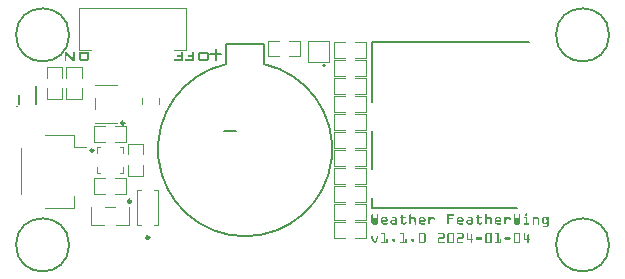
<source format=gbr>
%TF.GenerationSoftware,KiCad,Pcbnew,7.0.8*%
%TF.CreationDate,2024-01-05T08:02:47-05:00*%
%TF.ProjectId,weather-featherwing,77656174-6865-4722-9d66-656174686572,02*%
%TF.SameCoordinates,Original*%
%TF.FileFunction,Legend,Top*%
%TF.FilePolarity,Positive*%
%FSLAX46Y46*%
G04 Gerber Fmt 4.6, Leading zero omitted, Abs format (unit mm)*
G04 Created by KiCad (PCBNEW 7.0.8) date 2024-01-05 08:02:47*
%MOMM*%
%LPD*%
G01*
G04 APERTURE LIST*
%ADD10C,0.120000*%
%ADD11C,0.150000*%
%ADD12C,0.250000*%
%ADD13C,0.180000*%
G04 APERTURE END LIST*
D10*
G36*
X120624356Y-100522143D02*
G01*
X120636714Y-100522572D01*
X120648536Y-100523287D01*
X120659825Y-100524289D01*
X120670579Y-100525577D01*
X120680799Y-100527151D01*
X120690485Y-100529012D01*
X120704012Y-100532339D01*
X120716337Y-100536311D01*
X120727459Y-100540926D01*
X120737380Y-100546185D01*
X120746098Y-100552089D01*
X120753614Y-100558636D01*
X120760205Y-100566120D01*
X120766148Y-100574742D01*
X120771442Y-100584501D01*
X120776088Y-100595398D01*
X120780086Y-100607433D01*
X120783436Y-100620606D01*
X120786137Y-100634916D01*
X120787578Y-100645089D01*
X120788730Y-100655767D01*
X120789595Y-100666950D01*
X120790171Y-100678640D01*
X120790459Y-100690835D01*
X120790495Y-100697122D01*
X120790495Y-101074721D01*
X120790351Y-101086452D01*
X120789919Y-101097710D01*
X120789198Y-101108495D01*
X120788190Y-101118807D01*
X120786893Y-101128645D01*
X120784408Y-101142516D01*
X120781275Y-101155321D01*
X120777493Y-101167062D01*
X120773063Y-101177738D01*
X120767985Y-101187349D01*
X120762258Y-101195896D01*
X120755883Y-101203378D01*
X120753614Y-101205635D01*
X120746098Y-101211964D01*
X120737380Y-101217671D01*
X120727459Y-101222755D01*
X120716337Y-101227216D01*
X120704012Y-101231055D01*
X120690485Y-101234272D01*
X120680799Y-101236070D01*
X120670579Y-101237592D01*
X120659825Y-101238837D01*
X120648536Y-101239805D01*
X120636714Y-101240497D01*
X120624356Y-101240912D01*
X120611465Y-101241050D01*
X120079504Y-101241050D01*
X120066613Y-101240912D01*
X120054255Y-101240497D01*
X120042433Y-101239805D01*
X120031144Y-101238837D01*
X120020390Y-101237592D01*
X120010170Y-101236070D01*
X120000484Y-101234272D01*
X119986957Y-101231055D01*
X119974632Y-101227216D01*
X119963510Y-101222755D01*
X119953589Y-101217671D01*
X119944871Y-101211964D01*
X119937355Y-101205635D01*
X119928711Y-101195896D01*
X119922984Y-101187349D01*
X119917906Y-101177738D01*
X119913476Y-101167062D01*
X119909694Y-101155321D01*
X119906561Y-101142516D01*
X119904076Y-101128645D01*
X119902779Y-101118807D01*
X119901771Y-101108495D01*
X119901050Y-101097710D01*
X119900618Y-101086452D01*
X119900474Y-101074721D01*
X119900474Y-100697122D01*
X119900618Y-100684674D01*
X119901050Y-100672732D01*
X119901683Y-100662683D01*
X120068025Y-100662683D01*
X120068025Y-101115998D01*
X120622212Y-101115998D01*
X120622212Y-100662683D01*
X120068025Y-100662683D01*
X119901683Y-100662683D01*
X119901771Y-100661295D01*
X119902779Y-100650364D01*
X119904076Y-100639939D01*
X119905660Y-100630020D01*
X119908578Y-100616089D01*
X119912143Y-100603295D01*
X119916357Y-100591639D01*
X119921219Y-100581122D01*
X119926730Y-100571741D01*
X119932889Y-100563499D01*
X119937355Y-100558636D01*
X119944871Y-100552089D01*
X119953589Y-100546185D01*
X119963510Y-100540926D01*
X119974632Y-100536311D01*
X119986957Y-100532339D01*
X120000484Y-100529012D01*
X120010170Y-100527151D01*
X120020390Y-100525577D01*
X120031144Y-100524289D01*
X120042433Y-100523287D01*
X120054255Y-100522572D01*
X120066613Y-100522143D01*
X120079504Y-100522000D01*
X120611465Y-100522000D01*
X120624356Y-100522143D01*
G37*
G36*
X119547787Y-100522000D02*
G01*
X119547787Y-101241050D01*
X119432993Y-101241050D01*
X118924235Y-100817289D01*
X118916294Y-100810708D01*
X118908651Y-100804247D01*
X118899872Y-100796651D01*
X118891523Y-100789226D01*
X118883603Y-100781973D01*
X118878562Y-100777233D01*
X118871263Y-100770229D01*
X118864205Y-100763140D01*
X118857387Y-100755964D01*
X118850810Y-100748703D01*
X118843440Y-100740122D01*
X118842414Y-100738887D01*
X118843169Y-100749933D01*
X118843877Y-100760357D01*
X118844537Y-100770158D01*
X118845344Y-100782257D01*
X118846067Y-100793250D01*
X118846707Y-100803136D01*
X118847388Y-100813937D01*
X118848032Y-100824616D01*
X118848507Y-100835073D01*
X118848908Y-100845679D01*
X118849176Y-100855895D01*
X118849253Y-100863451D01*
X118849253Y-101241050D01*
X118698066Y-101241050D01*
X118698066Y-100522000D01*
X118812861Y-100522000D01*
X119343356Y-100966277D01*
X119351469Y-100973498D01*
X119359137Y-100980416D01*
X119366362Y-100987029D01*
X119374075Y-100994215D01*
X119376817Y-100996808D01*
X119383885Y-101003677D01*
X119391508Y-101011478D01*
X119398783Y-101019356D01*
X119403440Y-101024651D01*
X119402413Y-101014354D01*
X119401470Y-101004225D01*
X119400610Y-100994262D01*
X119399833Y-100984466D01*
X119399012Y-100972931D01*
X119398311Y-100961637D01*
X119397730Y-100950829D01*
X119397269Y-100940571D01*
X119396883Y-100929297D01*
X119396661Y-100918772D01*
X119396601Y-100910346D01*
X119396601Y-100522000D01*
X119547787Y-100522000D01*
G37*
D11*
G36*
X145032863Y-114583867D02*
G01*
X145032863Y-114948155D01*
X145061635Y-114996650D01*
X145098992Y-114996650D01*
X145128924Y-114947227D01*
X145128924Y-114302878D01*
X145129585Y-114293386D01*
X145132026Y-114282950D01*
X145136266Y-114273203D01*
X145141331Y-114265397D01*
X145147718Y-114258096D01*
X145155019Y-114251709D01*
X145162826Y-114246643D01*
X145172573Y-114242403D01*
X145183008Y-114239962D01*
X145192500Y-114239302D01*
X145203153Y-114240190D01*
X145213184Y-114242855D01*
X145222593Y-114247296D01*
X145231380Y-114253513D01*
X145236122Y-114257864D01*
X145242430Y-114264974D01*
X145248141Y-114273868D01*
X145252074Y-114283406D01*
X145254231Y-114293587D01*
X145254685Y-114301254D01*
X145254685Y-114962309D01*
X145253234Y-114972229D01*
X145249986Y-114981503D01*
X145245621Y-114990594D01*
X145240748Y-114999110D01*
X145239835Y-115000594D01*
X145189252Y-115083893D01*
X145183215Y-115092984D01*
X145176273Y-115100534D01*
X145168424Y-115106544D01*
X145159668Y-115111012D01*
X145150006Y-115113939D01*
X145139438Y-115115326D01*
X145134957Y-115115450D01*
X145031935Y-115115450D01*
X145022156Y-115115217D01*
X145010368Y-115114184D01*
X145000008Y-115112324D01*
X144991077Y-115109637D01*
X144981922Y-115105117D01*
X144973881Y-115097987D01*
X144969055Y-115088998D01*
X144964052Y-115097987D01*
X144956177Y-115105117D01*
X144947422Y-115109637D01*
X144936672Y-115112866D01*
X144926637Y-115114520D01*
X144915325Y-115115346D01*
X144909191Y-115115450D01*
X144812666Y-115115450D01*
X144801583Y-115114917D01*
X144791305Y-115113318D01*
X144781831Y-115110653D01*
X144773163Y-115106922D01*
X144763459Y-115100760D01*
X144755013Y-115092933D01*
X144749161Y-115085471D01*
X144746537Y-115081341D01*
X144699435Y-115003147D01*
X144694625Y-114994641D01*
X144690271Y-114985213D01*
X144687272Y-114976318D01*
X144685502Y-114966805D01*
X144685281Y-114962309D01*
X144685281Y-114302414D01*
X144685942Y-114293009D01*
X144688383Y-114282675D01*
X144692623Y-114273029D01*
X144698661Y-114264072D01*
X144704076Y-114258096D01*
X144711377Y-114251709D01*
X144719183Y-114246643D01*
X144728930Y-114242403D01*
X144739365Y-114239962D01*
X144748858Y-114239302D01*
X144759307Y-114240201D01*
X144769135Y-114242899D01*
X144778341Y-114247396D01*
X144786925Y-114253691D01*
X144791551Y-114258096D01*
X144797702Y-114265397D01*
X144803269Y-114274554D01*
X144807105Y-114284399D01*
X144809208Y-114294933D01*
X144809650Y-114302878D01*
X144809650Y-114949780D01*
X144838421Y-114996650D01*
X144876939Y-114996650D01*
X144908263Y-114946995D01*
X144908263Y-114583867D01*
X144908899Y-114574399D01*
X144911250Y-114564054D01*
X144915332Y-114554465D01*
X144921147Y-114545630D01*
X144926361Y-114539781D01*
X144933496Y-114533552D01*
X144942480Y-114527913D01*
X144952175Y-114524029D01*
X144962580Y-114521898D01*
X144970447Y-114521451D01*
X144979915Y-114522095D01*
X144990260Y-114524476D01*
X144999850Y-114528611D01*
X145008684Y-114534501D01*
X145014533Y-114539781D01*
X145020762Y-114546846D01*
X145026401Y-114555788D01*
X145030285Y-114565486D01*
X145032416Y-114575939D01*
X145032863Y-114583867D01*
G37*
G36*
X145865127Y-114477335D02*
G01*
X145876348Y-114478639D01*
X145887451Y-114480810D01*
X145898436Y-114483851D01*
X145909302Y-114487760D01*
X145920050Y-114492539D01*
X145930680Y-114498186D01*
X145941191Y-114504701D01*
X145951584Y-114512086D01*
X145961859Y-114520339D01*
X145968643Y-114526324D01*
X146009712Y-114564609D01*
X146018047Y-114572699D01*
X146025562Y-114581483D01*
X146032257Y-114590961D01*
X146038133Y-114601132D01*
X146043188Y-114611996D01*
X146047424Y-114623553D01*
X146050840Y-114635804D01*
X146053436Y-114648749D01*
X146055212Y-114662386D01*
X146055941Y-114671863D01*
X146056305Y-114681649D01*
X146056351Y-114686657D01*
X146056351Y-114816594D01*
X146055462Y-114827145D01*
X146052798Y-114837074D01*
X146048356Y-114846382D01*
X146042139Y-114855068D01*
X146037788Y-114859752D01*
X146030599Y-114865902D01*
X146021634Y-114871470D01*
X146012047Y-114875305D01*
X146001839Y-114877408D01*
X145994166Y-114877850D01*
X145613868Y-114877850D01*
X145613868Y-114904070D01*
X145614627Y-114913633D01*
X145616903Y-114922657D01*
X145620696Y-114931144D01*
X145626006Y-114939092D01*
X145632834Y-114946501D01*
X145635447Y-114948851D01*
X145667467Y-114977159D01*
X145676253Y-114983783D01*
X145684859Y-114989036D01*
X145694672Y-114993433D01*
X145704241Y-114995965D01*
X145712249Y-114996650D01*
X145994166Y-114996650D01*
X146004819Y-114997483D01*
X146014850Y-114999981D01*
X146024259Y-115004144D01*
X146033046Y-115009973D01*
X146037788Y-115014052D01*
X146045021Y-115021930D01*
X146050477Y-115030542D01*
X146054157Y-115039886D01*
X146056061Y-115049962D01*
X146056351Y-115056050D01*
X146055451Y-115066387D01*
X146052753Y-115076080D01*
X146048257Y-115085128D01*
X146041961Y-115093533D01*
X146037556Y-115098047D01*
X146030304Y-115103961D01*
X146021328Y-115109315D01*
X146011797Y-115113002D01*
X146001711Y-115115025D01*
X145994166Y-115115450D01*
X145705056Y-115115450D01*
X145695562Y-115115149D01*
X145685932Y-115114249D01*
X145676166Y-115112747D01*
X145666264Y-115110646D01*
X145656225Y-115107944D01*
X145646051Y-115104641D01*
X145641944Y-115103152D01*
X145632067Y-115099202D01*
X145623028Y-115095185D01*
X145613288Y-115090274D01*
X145604755Y-115085266D01*
X145596327Y-115079298D01*
X145593217Y-115076700D01*
X145544491Y-115034239D01*
X145537081Y-115027869D01*
X145530080Y-115020797D01*
X145523486Y-115013023D01*
X145517300Y-115004546D01*
X145511522Y-114995367D01*
X145506151Y-114985485D01*
X145504118Y-114981336D01*
X145499505Y-114970874D01*
X145495675Y-114960661D01*
X145492626Y-114950698D01*
X145490359Y-114940984D01*
X145488874Y-114931519D01*
X145488123Y-114920491D01*
X145488107Y-114918687D01*
X145488107Y-114759050D01*
X145615028Y-114759050D01*
X145933142Y-114759050D01*
X145933142Y-114687121D01*
X145932563Y-114676908D01*
X145930826Y-114667674D01*
X145927335Y-114658138D01*
X145922267Y-114649934D01*
X145916668Y-114643963D01*
X145884880Y-114614959D01*
X145876557Y-114608414D01*
X145868641Y-114603224D01*
X145859922Y-114598879D01*
X145850638Y-114596171D01*
X145845203Y-114595701D01*
X145707376Y-114595701D01*
X145697707Y-114596489D01*
X145688393Y-114598854D01*
X145679435Y-114602796D01*
X145670832Y-114608314D01*
X145666075Y-114612175D01*
X145633823Y-114640251D01*
X145626499Y-114647147D01*
X145620975Y-114654843D01*
X145616864Y-114664617D01*
X145615193Y-114674026D01*
X145615028Y-114678304D01*
X145615028Y-114759050D01*
X145488107Y-114759050D01*
X145488107Y-114669719D01*
X145488929Y-114659060D01*
X145490941Y-114648792D01*
X145493540Y-114639439D01*
X145496978Y-114629360D01*
X145501253Y-114618556D01*
X145505278Y-114609391D01*
X145509777Y-114600193D01*
X145514573Y-114591510D01*
X145519667Y-114583341D01*
X145525058Y-114575688D01*
X145532215Y-114566845D01*
X145539837Y-114558807D01*
X145547923Y-114551573D01*
X145549596Y-114550223D01*
X145595306Y-114514722D01*
X145604227Y-114507963D01*
X145613328Y-114501869D01*
X145622608Y-114496439D01*
X145632068Y-114491675D01*
X145641707Y-114487575D01*
X145651526Y-114484140D01*
X145661524Y-114481370D01*
X145671702Y-114479265D01*
X145682059Y-114477824D01*
X145692595Y-114477049D01*
X145699719Y-114476901D01*
X145853788Y-114476901D01*
X145865127Y-114477335D01*
G37*
G36*
X146685480Y-114477335D02*
G01*
X146698205Y-114478639D01*
X146710566Y-114480810D01*
X146722565Y-114483851D01*
X146734201Y-114487760D01*
X146745474Y-114492539D01*
X146756383Y-114498186D01*
X146766930Y-114504701D01*
X146777114Y-114512086D01*
X146786935Y-114520339D01*
X146793280Y-114526324D01*
X146802295Y-114535743D01*
X146810457Y-114545553D01*
X146817766Y-114555755D01*
X146824224Y-114566349D01*
X146829828Y-114577334D01*
X146834581Y-114588711D01*
X146838481Y-114600479D01*
X146841528Y-114612639D01*
X146843723Y-114625190D01*
X146845066Y-114638133D01*
X146845487Y-114646980D01*
X146859177Y-115053497D01*
X146858524Y-115063036D01*
X146856113Y-115073422D01*
X146851926Y-115083009D01*
X146845962Y-115091796D01*
X146840614Y-115097583D01*
X146833417Y-115103655D01*
X146824422Y-115109151D01*
X146814783Y-115112937D01*
X146804500Y-115115013D01*
X146796761Y-115115450D01*
X146787040Y-115114764D01*
X146777890Y-115112709D01*
X146767937Y-115108578D01*
X146760024Y-115103553D01*
X146752683Y-115097158D01*
X146751515Y-115095959D01*
X146745285Y-115088838D01*
X146739646Y-115081004D01*
X146735350Y-115072676D01*
X146733202Y-115063204D01*
X146733184Y-115062314D01*
X146650117Y-115115450D01*
X146462636Y-115115450D01*
X146449296Y-115115017D01*
X146436334Y-115113720D01*
X146423752Y-115111558D01*
X146411550Y-115108532D01*
X146399726Y-115104641D01*
X146388282Y-115099885D01*
X146377218Y-115094265D01*
X146366532Y-115087780D01*
X146356226Y-115080430D01*
X146346299Y-115072216D01*
X146339892Y-115066259D01*
X146330894Y-115056807D01*
X146322781Y-115046983D01*
X146315553Y-115036789D01*
X146309210Y-115026223D01*
X146303752Y-115015286D01*
X146299179Y-115003978D01*
X146295491Y-114992299D01*
X146292688Y-114980248D01*
X146290771Y-114967827D01*
X146289738Y-114955034D01*
X146289558Y-114946995D01*
X146415302Y-114946995D01*
X146416187Y-114956653D01*
X146418841Y-114965674D01*
X146423264Y-114974056D01*
X146429456Y-114981800D01*
X146436925Y-114988297D01*
X146445985Y-114993387D01*
X146455743Y-114996128D01*
X146462636Y-114996650D01*
X146615545Y-114996650D01*
X146729240Y-114940266D01*
X146726223Y-114890380D01*
X146725297Y-114879940D01*
X146723127Y-114870344D01*
X146719714Y-114861591D01*
X146714290Y-114852622D01*
X146711837Y-114849542D01*
X146704644Y-114842436D01*
X146696755Y-114837361D01*
X146687048Y-114834077D01*
X146678889Y-114833300D01*
X146462636Y-114833300D01*
X146453239Y-114834214D01*
X146443499Y-114837426D01*
X146434640Y-114842950D01*
X146429224Y-114847918D01*
X146423133Y-114855503D01*
X146418783Y-114863870D01*
X146416172Y-114873021D01*
X146415302Y-114882955D01*
X146415302Y-114946995D01*
X146289558Y-114946995D01*
X146289542Y-114946299D01*
X146289542Y-114883651D01*
X146289988Y-114870733D01*
X146291328Y-114858170D01*
X146293561Y-114845962D01*
X146296687Y-114834109D01*
X146300707Y-114822610D01*
X146305620Y-114811467D01*
X146311426Y-114800678D01*
X146318125Y-114790244D01*
X146325717Y-114780165D01*
X146334203Y-114770441D01*
X146340356Y-114764155D01*
X146350065Y-114755281D01*
X146360138Y-114747280D01*
X146370573Y-114740152D01*
X146381371Y-114733897D01*
X146392533Y-114728514D01*
X146404057Y-114724005D01*
X146415944Y-114720368D01*
X146428194Y-114717604D01*
X146440808Y-114715713D01*
X146453784Y-114714694D01*
X146462636Y-114714500D01*
X146677497Y-114714500D01*
X146687946Y-114714409D01*
X146698344Y-114714173D01*
X146708299Y-114713848D01*
X146719053Y-114713412D01*
X146720655Y-114713340D01*
X146719494Y-114642803D01*
X146718624Y-114633319D01*
X146715565Y-114623550D01*
X146710304Y-114614736D01*
X146705573Y-114609391D01*
X146698351Y-114603401D01*
X146689325Y-114598709D01*
X146679344Y-114596182D01*
X146672160Y-114595701D01*
X146464029Y-114595701D01*
X146453376Y-114594868D01*
X146443345Y-114592370D01*
X146433936Y-114588206D01*
X146425149Y-114582377D01*
X146420407Y-114578298D01*
X146414098Y-114571449D01*
X146408388Y-114562860D01*
X146404455Y-114553627D01*
X146402298Y-114543750D01*
X146401844Y-114536301D01*
X146402710Y-114525805D01*
X146405309Y-114516043D01*
X146409639Y-114507013D01*
X146415701Y-114498716D01*
X146419943Y-114494303D01*
X146428318Y-114487523D01*
X146437403Y-114482407D01*
X146447199Y-114478957D01*
X146457706Y-114477173D01*
X146464029Y-114476901D01*
X146672392Y-114476901D01*
X146685480Y-114477335D01*
G37*
G36*
X147487516Y-115115450D02*
G01*
X147377766Y-115115450D01*
X147364668Y-115115007D01*
X147351912Y-115113679D01*
X147339499Y-115111467D01*
X147327429Y-115108369D01*
X147315702Y-115104386D01*
X147304317Y-115099518D01*
X147293275Y-115093765D01*
X147282575Y-115087127D01*
X147272218Y-115079604D01*
X147262203Y-115071196D01*
X147255717Y-115065099D01*
X147246595Y-115055437D01*
X147238369Y-115045421D01*
X147231041Y-115035049D01*
X147224611Y-115024323D01*
X147219077Y-115013242D01*
X147214441Y-115001806D01*
X147210703Y-114990015D01*
X147207861Y-114977870D01*
X147205917Y-114965369D01*
X147204870Y-114952514D01*
X147204671Y-114943747D01*
X147204671Y-114595701D01*
X147155944Y-114595701D01*
X147146547Y-114595105D01*
X147136243Y-114592905D01*
X147126650Y-114589084D01*
X147117768Y-114583642D01*
X147111858Y-114578762D01*
X147104806Y-114570941D01*
X147099486Y-114562298D01*
X147095899Y-114552834D01*
X147094043Y-114542548D01*
X147093760Y-114536301D01*
X147094626Y-114525805D01*
X147097224Y-114516043D01*
X147101554Y-114507013D01*
X147107617Y-114498716D01*
X147111858Y-114494303D01*
X147120233Y-114487523D01*
X147129319Y-114482407D01*
X147139115Y-114478957D01*
X147149621Y-114477173D01*
X147155944Y-114476901D01*
X147205831Y-114476901D01*
X147205831Y-114347196D01*
X147206467Y-114337633D01*
X147208818Y-114327156D01*
X147212900Y-114317413D01*
X147218715Y-114308402D01*
X147223929Y-114302414D01*
X147231064Y-114296106D01*
X147240048Y-114290395D01*
X147249743Y-114286462D01*
X147260148Y-114284305D01*
X147268015Y-114283851D01*
X147278498Y-114284751D01*
X147288426Y-114287449D01*
X147297798Y-114291946D01*
X147306615Y-114298241D01*
X147311405Y-114302646D01*
X147317871Y-114309939D01*
X147322999Y-114317721D01*
X147327291Y-114327418D01*
X147329762Y-114337782D01*
X147330431Y-114347196D01*
X147330431Y-114476901D01*
X147543667Y-114476901D01*
X147554320Y-114477745D01*
X147564351Y-114480276D01*
X147573760Y-114484495D01*
X147582547Y-114490402D01*
X147587289Y-114494535D01*
X147594522Y-114502482D01*
X147599978Y-114511095D01*
X147603658Y-114520374D01*
X147605562Y-114530319D01*
X147605852Y-114536301D01*
X147604963Y-114546808D01*
X147602299Y-114556604D01*
X147597858Y-114565689D01*
X147591640Y-114574064D01*
X147587289Y-114578530D01*
X147578857Y-114585221D01*
X147569804Y-114590268D01*
X147560128Y-114593672D01*
X147549831Y-114595432D01*
X147543667Y-114595701D01*
X147329039Y-114595701D01*
X147329039Y-114948619D01*
X147329938Y-114958046D01*
X147333099Y-114967887D01*
X147337820Y-114975958D01*
X147343425Y-114982496D01*
X147351053Y-114988688D01*
X147359319Y-114993111D01*
X147368223Y-114995765D01*
X147377766Y-114996650D01*
X147484964Y-114996650D01*
X147496344Y-114995562D01*
X147506558Y-114992299D01*
X147515605Y-114986861D01*
X147523484Y-114979247D01*
X147528948Y-114971590D01*
X147533665Y-114962541D01*
X147537635Y-114952100D01*
X147541731Y-114941659D01*
X147546829Y-114932609D01*
X147552927Y-114924952D01*
X147560026Y-114918687D01*
X147568125Y-114913815D01*
X147577225Y-114910334D01*
X147587325Y-114908246D01*
X147598427Y-114907550D01*
X147608264Y-114908162D01*
X147617417Y-114909997D01*
X147627229Y-114913685D01*
X147636108Y-114919038D01*
X147642977Y-114924952D01*
X147649848Y-114932886D01*
X147655031Y-114941664D01*
X147658527Y-114951286D01*
X147660335Y-114961751D01*
X147660611Y-114968110D01*
X147660181Y-114977454D01*
X147658890Y-114986777D01*
X147656738Y-114996079D01*
X147653726Y-115005362D01*
X147649853Y-115014624D01*
X147645120Y-115023865D01*
X147639526Y-115033087D01*
X147633072Y-115042287D01*
X147625757Y-115051468D01*
X147617581Y-115060628D01*
X147611652Y-115066723D01*
X147602282Y-115075431D01*
X147592442Y-115083282D01*
X147582133Y-115090277D01*
X147571355Y-115096416D01*
X147560108Y-115101698D01*
X147548392Y-115106123D01*
X147536207Y-115109692D01*
X147523553Y-115112404D01*
X147510430Y-115114260D01*
X147496838Y-115115259D01*
X147487516Y-115115450D01*
G37*
G36*
X147896586Y-115053497D02*
G01*
X147896586Y-114299862D01*
X147897452Y-114289163D01*
X147900050Y-114279197D01*
X147904380Y-114269964D01*
X147910443Y-114261464D01*
X147914685Y-114256936D01*
X147921820Y-114250943D01*
X147930803Y-114245518D01*
X147940498Y-114241781D01*
X147950903Y-114239732D01*
X147958770Y-114239302D01*
X147968159Y-114239938D01*
X147978433Y-114242289D01*
X147987974Y-114246371D01*
X147996782Y-114252186D01*
X148002624Y-114257400D01*
X148008854Y-114264369D01*
X148014492Y-114273180D01*
X148018377Y-114282724D01*
X148020507Y-114293001D01*
X148020955Y-114300790D01*
X148020955Y-114560200D01*
X148097989Y-114513562D01*
X148109449Y-114507010D01*
X148120685Y-114501103D01*
X148131697Y-114495840D01*
X148142484Y-114491222D01*
X148153047Y-114487248D01*
X148163386Y-114483918D01*
X148173501Y-114481233D01*
X148183391Y-114479192D01*
X148193056Y-114477796D01*
X148202498Y-114477044D01*
X148208667Y-114476901D01*
X148276652Y-114476901D01*
X148289620Y-114477337D01*
X148302245Y-114478647D01*
X148314527Y-114480829D01*
X148326467Y-114483884D01*
X148338064Y-114487811D01*
X148349318Y-114492612D01*
X148360230Y-114498285D01*
X148370799Y-114504832D01*
X148381025Y-114512251D01*
X148390909Y-114520543D01*
X148397308Y-114526556D01*
X148406364Y-114536012D01*
X148414564Y-114545848D01*
X148421907Y-114556063D01*
X148428393Y-114566657D01*
X148434023Y-114577631D01*
X148438797Y-114588984D01*
X148442713Y-114600716D01*
X148445774Y-114612827D01*
X148447978Y-114625318D01*
X148449325Y-114638189D01*
X148449747Y-114646980D01*
X148463437Y-115053497D01*
X148463021Y-115062965D01*
X148460824Y-115073310D01*
X148456784Y-115082900D01*
X148450901Y-115091735D01*
X148445571Y-115097583D01*
X148438349Y-115103655D01*
X148429263Y-115109151D01*
X148419467Y-115112937D01*
X148408961Y-115115013D01*
X148401021Y-115115450D01*
X148391561Y-115114789D01*
X148381246Y-115112348D01*
X148371709Y-115108108D01*
X148362949Y-115102069D01*
X148357167Y-115096655D01*
X148351150Y-115089419D01*
X148345635Y-115080504D01*
X148341741Y-115071077D01*
X148339468Y-115061140D01*
X148338837Y-115053729D01*
X148325147Y-114643035D01*
X148323958Y-114633826D01*
X148320609Y-114624194D01*
X148315131Y-114615334D01*
X148310297Y-114609855D01*
X148302959Y-114603662D01*
X148293802Y-114598811D01*
X148283691Y-114596198D01*
X148276420Y-114595701D01*
X148215164Y-114595701D01*
X148205289Y-114596426D01*
X148194920Y-114598601D01*
X148185442Y-114601694D01*
X148175588Y-114605897D01*
X148172703Y-114607302D01*
X148020955Y-114682016D01*
X148020955Y-115049553D01*
X148020318Y-115059535D01*
X148018410Y-115068945D01*
X148015228Y-115077785D01*
X148010774Y-115086054D01*
X148005048Y-115093752D01*
X148002856Y-115096191D01*
X147995792Y-115102736D01*
X147986849Y-115108660D01*
X147977152Y-115112741D01*
X147966699Y-115114979D01*
X147958770Y-115115450D01*
X147949373Y-115114813D01*
X147939070Y-115112463D01*
X147929477Y-115108380D01*
X147920594Y-115102565D01*
X147914685Y-115097351D01*
X147908534Y-115090295D01*
X147902967Y-115081382D01*
X147899131Y-115071737D01*
X147897028Y-115061359D01*
X147896586Y-115053497D01*
G37*
G36*
X149076432Y-114477335D02*
G01*
X149087653Y-114478639D01*
X149098756Y-114480810D01*
X149109741Y-114483851D01*
X149120607Y-114487760D01*
X149131355Y-114492539D01*
X149141984Y-114498186D01*
X149152496Y-114504701D01*
X149162889Y-114512086D01*
X149173164Y-114520339D01*
X149179948Y-114526324D01*
X149221017Y-114564609D01*
X149229352Y-114572699D01*
X149236867Y-114581483D01*
X149243562Y-114590961D01*
X149249438Y-114601132D01*
X149254493Y-114611996D01*
X149258729Y-114623553D01*
X149262145Y-114635804D01*
X149264741Y-114648749D01*
X149266517Y-114662386D01*
X149267246Y-114671863D01*
X149267610Y-114681649D01*
X149267656Y-114686657D01*
X149267656Y-114816594D01*
X149266767Y-114827145D01*
X149264103Y-114837074D01*
X149259661Y-114846382D01*
X149253444Y-114855068D01*
X149249093Y-114859752D01*
X149241904Y-114865902D01*
X149232939Y-114871470D01*
X149223352Y-114875305D01*
X149213144Y-114877408D01*
X149205471Y-114877850D01*
X148825173Y-114877850D01*
X148825173Y-114904070D01*
X148825932Y-114913633D01*
X148828208Y-114922657D01*
X148832001Y-114931144D01*
X148837311Y-114939092D01*
X148844139Y-114946501D01*
X148846752Y-114948851D01*
X148878772Y-114977159D01*
X148887558Y-114983783D01*
X148896164Y-114989036D01*
X148905977Y-114993433D01*
X148915546Y-114995965D01*
X148923554Y-114996650D01*
X149205471Y-114996650D01*
X149216124Y-114997483D01*
X149226155Y-114999981D01*
X149235564Y-115004144D01*
X149244351Y-115009973D01*
X149249093Y-115014052D01*
X149256326Y-115021930D01*
X149261782Y-115030542D01*
X149265462Y-115039886D01*
X149267366Y-115049962D01*
X149267656Y-115056050D01*
X149266756Y-115066387D01*
X149264058Y-115076080D01*
X149259561Y-115085128D01*
X149253266Y-115093533D01*
X149248861Y-115098047D01*
X149241609Y-115103961D01*
X149232633Y-115109315D01*
X149223102Y-115113002D01*
X149213016Y-115115025D01*
X149205471Y-115115450D01*
X148916361Y-115115450D01*
X148906867Y-115115149D01*
X148897237Y-115114249D01*
X148887471Y-115112747D01*
X148877568Y-115110646D01*
X148867530Y-115107944D01*
X148857356Y-115104641D01*
X148853249Y-115103152D01*
X148843372Y-115099202D01*
X148834333Y-115095185D01*
X148824593Y-115090274D01*
X148816060Y-115085266D01*
X148807632Y-115079298D01*
X148804522Y-115076700D01*
X148755796Y-115034239D01*
X148748386Y-115027869D01*
X148741385Y-115020797D01*
X148734791Y-115013023D01*
X148728605Y-115004546D01*
X148722827Y-114995367D01*
X148717456Y-114985485D01*
X148715423Y-114981336D01*
X148710810Y-114970874D01*
X148706980Y-114960661D01*
X148703931Y-114950698D01*
X148701664Y-114940984D01*
X148700179Y-114931519D01*
X148699428Y-114920491D01*
X148699412Y-114918687D01*
X148699412Y-114759050D01*
X148826333Y-114759050D01*
X149144447Y-114759050D01*
X149144447Y-114687121D01*
X149143868Y-114676908D01*
X149142131Y-114667674D01*
X149138640Y-114658138D01*
X149133572Y-114649934D01*
X149127973Y-114643963D01*
X149096185Y-114614959D01*
X149087862Y-114608414D01*
X149079946Y-114603224D01*
X149071227Y-114598879D01*
X149061942Y-114596171D01*
X149056508Y-114595701D01*
X148918681Y-114595701D01*
X148909012Y-114596489D01*
X148899698Y-114598854D01*
X148890740Y-114602796D01*
X148882137Y-114608314D01*
X148877380Y-114612175D01*
X148845128Y-114640251D01*
X148837804Y-114647147D01*
X148832280Y-114654843D01*
X148828169Y-114664617D01*
X148826498Y-114674026D01*
X148826333Y-114678304D01*
X148826333Y-114759050D01*
X148699412Y-114759050D01*
X148699412Y-114669719D01*
X148700234Y-114659060D01*
X148702246Y-114648792D01*
X148704845Y-114639439D01*
X148708283Y-114629360D01*
X148712558Y-114618556D01*
X148716583Y-114609391D01*
X148721082Y-114600193D01*
X148725878Y-114591510D01*
X148730972Y-114583341D01*
X148736363Y-114575688D01*
X148743520Y-114566845D01*
X148751142Y-114558807D01*
X148759228Y-114551573D01*
X148760901Y-114550223D01*
X148806611Y-114514722D01*
X148815532Y-114507963D01*
X148824633Y-114501869D01*
X148833913Y-114496439D01*
X148843373Y-114491675D01*
X148853012Y-114487575D01*
X148862831Y-114484140D01*
X148872829Y-114481370D01*
X148883007Y-114479265D01*
X148893364Y-114477824D01*
X148903900Y-114477049D01*
X148911024Y-114476901D01*
X149065093Y-114476901D01*
X149076432Y-114477335D01*
G37*
G36*
X149503399Y-115053961D02*
G01*
X149503399Y-114539781D01*
X149504035Y-114530455D01*
X149506386Y-114520192D01*
X149510468Y-114510596D01*
X149516283Y-114501666D01*
X149521497Y-114495695D01*
X149528561Y-114489308D01*
X149537504Y-114483527D01*
X149547202Y-114479544D01*
X149557655Y-114477360D01*
X149565583Y-114476901D01*
X149575051Y-114477521D01*
X149585396Y-114479811D01*
X149594986Y-114483789D01*
X149603821Y-114489455D01*
X149609669Y-114494535D01*
X149615898Y-114501434D01*
X149621537Y-114510204D01*
X149625422Y-114519751D01*
X149627552Y-114530075D01*
X149627999Y-114537925D01*
X149627999Y-114587348D01*
X149705266Y-114523771D01*
X149716037Y-114515395D01*
X149726771Y-114507843D01*
X149737469Y-114501114D01*
X149748130Y-114495210D01*
X149758754Y-114490129D01*
X149769341Y-114485872D01*
X149779892Y-114482439D01*
X149790406Y-114479830D01*
X149800884Y-114478045D01*
X149811324Y-114477084D01*
X149818264Y-114476901D01*
X149898547Y-114476901D01*
X149911678Y-114477350D01*
X149924447Y-114478696D01*
X149936852Y-114480939D01*
X149948894Y-114484079D01*
X149960573Y-114488117D01*
X149971890Y-114493053D01*
X149982843Y-114498885D01*
X149993433Y-114505615D01*
X150003660Y-114513242D01*
X150013525Y-114521766D01*
X150019899Y-114527948D01*
X150028939Y-114537659D01*
X150037089Y-114547737D01*
X150044351Y-114558183D01*
X150050723Y-114568995D01*
X150056206Y-114580175D01*
X150060800Y-114591722D01*
X150064505Y-114603636D01*
X150067320Y-114615916D01*
X150069247Y-114628564D01*
X150070284Y-114641579D01*
X150070482Y-114650460D01*
X150070482Y-114680160D01*
X150069846Y-114689889D01*
X150067937Y-114699063D01*
X150064101Y-114709065D01*
X150058534Y-114718313D01*
X150052383Y-114725638D01*
X150045311Y-114731946D01*
X150036338Y-114737656D01*
X150026588Y-114741590D01*
X150016061Y-114743747D01*
X150008066Y-114744200D01*
X149998598Y-114743531D01*
X149988253Y-114741060D01*
X149978663Y-114736768D01*
X149969828Y-114730655D01*
X149963980Y-114725174D01*
X149957829Y-114717675D01*
X149952951Y-114709621D01*
X149949346Y-114701012D01*
X149947013Y-114691848D01*
X149945952Y-114682130D01*
X149945881Y-114678768D01*
X149945881Y-114646283D01*
X149945011Y-114636132D01*
X149942401Y-114626793D01*
X149938050Y-114618266D01*
X149931960Y-114610551D01*
X149924651Y-114604054D01*
X149915596Y-114598964D01*
X149905660Y-114596223D01*
X149898547Y-114595701D01*
X149827314Y-114595701D01*
X149816959Y-114597136D01*
X149807281Y-114600748D01*
X149798525Y-114605594D01*
X149789345Y-114612054D01*
X149781372Y-114618672D01*
X149627999Y-114754874D01*
X149627999Y-115053961D01*
X149627347Y-115063342D01*
X149624936Y-115073586D01*
X149620748Y-115083074D01*
X149614784Y-115091807D01*
X149609437Y-115097583D01*
X149602239Y-115103655D01*
X149593244Y-115109151D01*
X149583605Y-115112937D01*
X149573322Y-115115013D01*
X149565583Y-115115450D01*
X149556186Y-115114821D01*
X149545882Y-115112501D01*
X149536289Y-115108470D01*
X149527407Y-115102730D01*
X149521497Y-115097583D01*
X149515347Y-115090535D01*
X149509779Y-115081653D01*
X149505944Y-115072060D01*
X149503841Y-115061756D01*
X149503399Y-115053961D01*
G37*
G36*
X151109051Y-115053497D02*
G01*
X151109051Y-114239302D01*
X151613950Y-114239302D01*
X151624433Y-114240134D01*
X151634361Y-114242632D01*
X151643733Y-114246796D01*
X151652551Y-114252625D01*
X151657340Y-114256704D01*
X151663727Y-114263458D01*
X151669509Y-114271915D01*
X151673491Y-114280995D01*
X151675675Y-114290695D01*
X151676134Y-114298005D01*
X151675246Y-114308523D01*
X151672581Y-114318352D01*
X151668140Y-114327493D01*
X151661922Y-114335946D01*
X151657572Y-114340467D01*
X151650383Y-114346460D01*
X151641418Y-114351884D01*
X151631831Y-114355621D01*
X151621623Y-114357671D01*
X151613950Y-114358101D01*
X151233652Y-114358101D01*
X151233652Y-114521451D01*
X151504200Y-114521451D01*
X151513589Y-114522063D01*
X151523862Y-114524323D01*
X151533403Y-114528249D01*
X151542211Y-114533840D01*
X151548053Y-114538853D01*
X151555196Y-114546732D01*
X151560584Y-114555343D01*
X151564218Y-114564687D01*
X151566097Y-114574764D01*
X151566384Y-114580851D01*
X151565507Y-114591357D01*
X151562875Y-114601153D01*
X151558490Y-114610239D01*
X151552350Y-114618614D01*
X151548053Y-114623080D01*
X151539769Y-114629771D01*
X151530752Y-114634818D01*
X151521002Y-114638222D01*
X151510519Y-114639982D01*
X151504200Y-114640251D01*
X151233652Y-114640251D01*
X151233652Y-115053033D01*
X151233007Y-115062509D01*
X151230627Y-115072884D01*
X151226491Y-115082527D01*
X151220602Y-115091436D01*
X151215321Y-115097351D01*
X151208257Y-115103502D01*
X151199314Y-115109069D01*
X151189617Y-115112904D01*
X151179164Y-115115008D01*
X151171236Y-115115450D01*
X151161838Y-115114813D01*
X151151535Y-115112463D01*
X151141942Y-115108380D01*
X151133059Y-115102565D01*
X151127150Y-115097351D01*
X151120999Y-115090295D01*
X151115432Y-115081382D01*
X151111596Y-115071737D01*
X151109493Y-115061359D01*
X151109051Y-115053497D01*
G37*
G36*
X152287737Y-114477335D02*
G01*
X152298958Y-114478639D01*
X152310061Y-114480810D01*
X152321046Y-114483851D01*
X152331912Y-114487760D01*
X152342660Y-114492539D01*
X152353289Y-114498186D01*
X152363801Y-114504701D01*
X152374194Y-114512086D01*
X152384469Y-114520339D01*
X152391253Y-114526324D01*
X152432322Y-114564609D01*
X152440657Y-114572699D01*
X152448172Y-114581483D01*
X152454867Y-114590961D01*
X152460743Y-114601132D01*
X152465798Y-114611996D01*
X152470034Y-114623553D01*
X152473450Y-114635804D01*
X152476046Y-114648749D01*
X152477822Y-114662386D01*
X152478551Y-114671863D01*
X152478915Y-114681649D01*
X152478961Y-114686657D01*
X152478961Y-114816594D01*
X152478072Y-114827145D01*
X152475408Y-114837074D01*
X152470966Y-114846382D01*
X152464749Y-114855068D01*
X152460398Y-114859752D01*
X152453209Y-114865902D01*
X152444244Y-114871470D01*
X152434657Y-114875305D01*
X152424449Y-114877408D01*
X152416776Y-114877850D01*
X152036478Y-114877850D01*
X152036478Y-114904070D01*
X152037237Y-114913633D01*
X152039513Y-114922657D01*
X152043306Y-114931144D01*
X152048616Y-114939092D01*
X152055444Y-114946501D01*
X152058057Y-114948851D01*
X152090077Y-114977159D01*
X152098863Y-114983783D01*
X152107469Y-114989036D01*
X152117282Y-114993433D01*
X152126851Y-114995965D01*
X152134859Y-114996650D01*
X152416776Y-114996650D01*
X152427429Y-114997483D01*
X152437460Y-114999981D01*
X152446869Y-115004144D01*
X152455656Y-115009973D01*
X152460398Y-115014052D01*
X152467631Y-115021930D01*
X152473087Y-115030542D01*
X152476767Y-115039886D01*
X152478671Y-115049962D01*
X152478961Y-115056050D01*
X152478061Y-115066387D01*
X152475363Y-115076080D01*
X152470866Y-115085128D01*
X152464571Y-115093533D01*
X152460166Y-115098047D01*
X152452914Y-115103961D01*
X152443938Y-115109315D01*
X152434407Y-115113002D01*
X152424321Y-115115025D01*
X152416776Y-115115450D01*
X152127666Y-115115450D01*
X152118172Y-115115149D01*
X152108542Y-115114249D01*
X152098776Y-115112747D01*
X152088873Y-115110646D01*
X152078835Y-115107944D01*
X152068661Y-115104641D01*
X152064554Y-115103152D01*
X152054677Y-115099202D01*
X152045638Y-115095185D01*
X152035898Y-115090274D01*
X152027365Y-115085266D01*
X152018937Y-115079298D01*
X152015827Y-115076700D01*
X151967101Y-115034239D01*
X151959691Y-115027869D01*
X151952690Y-115020797D01*
X151946096Y-115013023D01*
X151939910Y-115004546D01*
X151934132Y-114995367D01*
X151928761Y-114985485D01*
X151926727Y-114981336D01*
X151922115Y-114970874D01*
X151918285Y-114960661D01*
X151915236Y-114950698D01*
X151912969Y-114940984D01*
X151911483Y-114931519D01*
X151910733Y-114920491D01*
X151910717Y-114918687D01*
X151910717Y-114759050D01*
X152037638Y-114759050D01*
X152355752Y-114759050D01*
X152355752Y-114687121D01*
X152355173Y-114676908D01*
X152353436Y-114667674D01*
X152349944Y-114658138D01*
X152344877Y-114649934D01*
X152339278Y-114643963D01*
X152307490Y-114614959D01*
X152299167Y-114608414D01*
X152291251Y-114603224D01*
X152282532Y-114598879D01*
X152273247Y-114596171D01*
X152267813Y-114595701D01*
X152129986Y-114595701D01*
X152120317Y-114596489D01*
X152111003Y-114598854D01*
X152102045Y-114602796D01*
X152093442Y-114608314D01*
X152088685Y-114612175D01*
X152056433Y-114640251D01*
X152049109Y-114647147D01*
X152043585Y-114654843D01*
X152039474Y-114664617D01*
X152037803Y-114674026D01*
X152037638Y-114678304D01*
X152037638Y-114759050D01*
X151910717Y-114759050D01*
X151910717Y-114669719D01*
X151911539Y-114659060D01*
X151913551Y-114648792D01*
X151916150Y-114639439D01*
X151919588Y-114629360D01*
X151923863Y-114618556D01*
X151927888Y-114609391D01*
X151932387Y-114600193D01*
X151937183Y-114591510D01*
X151942277Y-114583341D01*
X151947668Y-114575688D01*
X151954825Y-114566845D01*
X151962447Y-114558807D01*
X151970533Y-114551573D01*
X151972206Y-114550223D01*
X152017916Y-114514722D01*
X152026837Y-114507963D01*
X152035938Y-114501869D01*
X152045218Y-114496439D01*
X152054678Y-114491675D01*
X152064317Y-114487575D01*
X152074136Y-114484140D01*
X152084134Y-114481370D01*
X152094312Y-114479265D01*
X152104669Y-114477824D01*
X152115205Y-114477049D01*
X152122329Y-114476901D01*
X152276398Y-114476901D01*
X152287737Y-114477335D01*
G37*
G36*
X153108090Y-114477335D02*
G01*
X153120815Y-114478639D01*
X153133176Y-114480810D01*
X153145175Y-114483851D01*
X153156811Y-114487760D01*
X153168084Y-114492539D01*
X153178993Y-114498186D01*
X153189540Y-114504701D01*
X153199724Y-114512086D01*
X153209545Y-114520339D01*
X153215890Y-114526324D01*
X153224905Y-114535743D01*
X153233067Y-114545553D01*
X153240376Y-114555755D01*
X153246834Y-114566349D01*
X153252438Y-114577334D01*
X153257191Y-114588711D01*
X153261091Y-114600479D01*
X153264138Y-114612639D01*
X153266333Y-114625190D01*
X153267676Y-114638133D01*
X153268097Y-114646980D01*
X153281787Y-115053497D01*
X153281134Y-115063036D01*
X153278723Y-115073422D01*
X153274536Y-115083009D01*
X153268572Y-115091796D01*
X153263224Y-115097583D01*
X153256027Y-115103655D01*
X153247032Y-115109151D01*
X153237393Y-115112937D01*
X153227110Y-115115013D01*
X153219371Y-115115450D01*
X153209650Y-115114764D01*
X153200500Y-115112709D01*
X153190547Y-115108578D01*
X153182634Y-115103553D01*
X153175293Y-115097158D01*
X153174125Y-115095959D01*
X153167895Y-115088838D01*
X153162256Y-115081004D01*
X153157960Y-115072676D01*
X153155812Y-115063204D01*
X153155794Y-115062314D01*
X153072727Y-115115450D01*
X152885246Y-115115450D01*
X152871906Y-115115017D01*
X152858944Y-115113720D01*
X152846362Y-115111558D01*
X152834160Y-115108532D01*
X152822336Y-115104641D01*
X152810892Y-115099885D01*
X152799828Y-115094265D01*
X152789142Y-115087780D01*
X152778836Y-115080430D01*
X152768909Y-115072216D01*
X152762502Y-115066259D01*
X152753504Y-115056807D01*
X152745391Y-115046983D01*
X152738163Y-115036789D01*
X152731820Y-115026223D01*
X152726362Y-115015286D01*
X152721789Y-115003978D01*
X152718101Y-114992299D01*
X152715298Y-114980248D01*
X152713381Y-114967827D01*
X152712348Y-114955034D01*
X152712167Y-114946995D01*
X152837912Y-114946995D01*
X152838797Y-114956653D01*
X152841451Y-114965674D01*
X152845874Y-114974056D01*
X152852066Y-114981800D01*
X152859534Y-114988297D01*
X152868595Y-114993387D01*
X152878353Y-114996128D01*
X152885246Y-114996650D01*
X153038155Y-114996650D01*
X153151850Y-114940266D01*
X153148833Y-114890380D01*
X153147907Y-114879940D01*
X153145737Y-114870344D01*
X153142324Y-114861591D01*
X153136900Y-114852622D01*
X153134447Y-114849542D01*
X153127254Y-114842436D01*
X153119365Y-114837361D01*
X153109658Y-114834077D01*
X153101499Y-114833300D01*
X152885246Y-114833300D01*
X152875849Y-114834214D01*
X152866109Y-114837426D01*
X152857250Y-114842950D01*
X152851834Y-114847918D01*
X152845743Y-114855503D01*
X152841393Y-114863870D01*
X152838782Y-114873021D01*
X152837912Y-114882955D01*
X152837912Y-114946995D01*
X152712167Y-114946995D01*
X152712151Y-114946299D01*
X152712151Y-114883651D01*
X152712598Y-114870733D01*
X152713938Y-114858170D01*
X152716171Y-114845962D01*
X152719297Y-114834109D01*
X152723317Y-114822610D01*
X152728230Y-114811467D01*
X152734035Y-114800678D01*
X152740735Y-114790244D01*
X152748327Y-114780165D01*
X152756813Y-114770441D01*
X152762966Y-114764155D01*
X152772675Y-114755281D01*
X152782748Y-114747280D01*
X152793183Y-114740152D01*
X152803981Y-114733897D01*
X152815142Y-114728514D01*
X152826667Y-114724005D01*
X152838554Y-114720368D01*
X152850804Y-114717604D01*
X152863418Y-114715713D01*
X152876394Y-114714694D01*
X152885246Y-114714500D01*
X153100107Y-114714500D01*
X153110556Y-114714409D01*
X153120954Y-114714173D01*
X153130909Y-114713848D01*
X153141663Y-114713412D01*
X153143264Y-114713340D01*
X153142104Y-114642803D01*
X153141234Y-114633319D01*
X153138175Y-114623550D01*
X153132914Y-114614736D01*
X153128182Y-114609391D01*
X153120961Y-114603401D01*
X153111934Y-114598709D01*
X153101954Y-114596182D01*
X153094770Y-114595701D01*
X152886639Y-114595701D01*
X152875986Y-114594868D01*
X152865955Y-114592370D01*
X152856546Y-114588206D01*
X152847759Y-114582377D01*
X152843017Y-114578298D01*
X152836708Y-114571449D01*
X152830998Y-114562860D01*
X152827065Y-114553627D01*
X152824907Y-114543750D01*
X152824454Y-114536301D01*
X152825320Y-114525805D01*
X152827918Y-114516043D01*
X152832249Y-114507013D01*
X152838311Y-114498716D01*
X152842553Y-114494303D01*
X152850928Y-114487523D01*
X152860013Y-114482407D01*
X152869809Y-114478957D01*
X152880316Y-114477173D01*
X152886639Y-114476901D01*
X153095002Y-114476901D01*
X153108090Y-114477335D01*
G37*
G36*
X153910126Y-115115450D02*
G01*
X153800375Y-115115450D01*
X153787277Y-115115007D01*
X153774522Y-115113679D01*
X153762109Y-115111467D01*
X153750039Y-115108369D01*
X153738312Y-115104386D01*
X153726927Y-115099518D01*
X153715885Y-115093765D01*
X153705185Y-115087127D01*
X153694828Y-115079604D01*
X153684813Y-115071196D01*
X153678327Y-115065099D01*
X153669205Y-115055437D01*
X153660979Y-115045421D01*
X153653651Y-115035049D01*
X153647221Y-115024323D01*
X153641687Y-115013242D01*
X153637051Y-115001806D01*
X153633312Y-114990015D01*
X153630471Y-114977870D01*
X153628527Y-114965369D01*
X153627480Y-114952514D01*
X153627281Y-114943747D01*
X153627281Y-114595701D01*
X153578554Y-114595701D01*
X153569157Y-114595105D01*
X153558853Y-114592905D01*
X153549260Y-114589084D01*
X153540378Y-114583642D01*
X153534468Y-114578762D01*
X153527416Y-114570941D01*
X153522096Y-114562298D01*
X153518508Y-114552834D01*
X153516653Y-114542548D01*
X153516370Y-114536301D01*
X153517236Y-114525805D01*
X153519834Y-114516043D01*
X153524164Y-114507013D01*
X153530226Y-114498716D01*
X153534468Y-114494303D01*
X153542843Y-114487523D01*
X153551929Y-114482407D01*
X153561725Y-114478957D01*
X153572231Y-114477173D01*
X153578554Y-114476901D01*
X153628441Y-114476901D01*
X153628441Y-114347196D01*
X153629077Y-114337633D01*
X153631428Y-114327156D01*
X153635510Y-114317413D01*
X153641325Y-114308402D01*
X153646539Y-114302414D01*
X153653674Y-114296106D01*
X153662658Y-114290395D01*
X153672352Y-114286462D01*
X153682758Y-114284305D01*
X153690625Y-114283851D01*
X153701108Y-114284751D01*
X153711035Y-114287449D01*
X153720408Y-114291946D01*
X153729225Y-114298241D01*
X153734015Y-114302646D01*
X153740481Y-114309939D01*
X153745609Y-114317721D01*
X153749901Y-114327418D01*
X153752372Y-114337782D01*
X153753041Y-114347196D01*
X153753041Y-114476901D01*
X153966277Y-114476901D01*
X153976930Y-114477745D01*
X153986961Y-114480276D01*
X153996370Y-114484495D01*
X154005157Y-114490402D01*
X154009899Y-114494535D01*
X154017132Y-114502482D01*
X154022588Y-114511095D01*
X154026268Y-114520374D01*
X154028172Y-114530319D01*
X154028462Y-114536301D01*
X154027573Y-114546808D01*
X154024909Y-114556604D01*
X154020467Y-114565689D01*
X154014250Y-114574064D01*
X154009899Y-114578530D01*
X154001467Y-114585221D01*
X153992413Y-114590268D01*
X153982738Y-114593672D01*
X153972441Y-114595432D01*
X153966277Y-114595701D01*
X153751649Y-114595701D01*
X153751649Y-114948619D01*
X153752548Y-114958046D01*
X153755709Y-114967887D01*
X153760429Y-114975958D01*
X153766035Y-114982496D01*
X153773663Y-114988688D01*
X153781929Y-114993111D01*
X153790833Y-114995765D01*
X153800375Y-114996650D01*
X153907574Y-114996650D01*
X153918954Y-114995562D01*
X153929168Y-114992299D01*
X153938215Y-114986861D01*
X153946094Y-114979247D01*
X153951558Y-114971590D01*
X153956275Y-114962541D01*
X153960245Y-114952100D01*
X153964341Y-114941659D01*
X153969439Y-114932609D01*
X153975537Y-114924952D01*
X153982636Y-114918687D01*
X153990735Y-114913815D01*
X153999835Y-114910334D01*
X154009935Y-114908246D01*
X154021037Y-114907550D01*
X154030874Y-114908162D01*
X154040027Y-114909997D01*
X154049839Y-114913685D01*
X154058718Y-114919038D01*
X154065587Y-114924952D01*
X154072458Y-114932886D01*
X154077641Y-114941664D01*
X154081137Y-114951286D01*
X154082945Y-114961751D01*
X154083221Y-114968110D01*
X154082791Y-114977454D01*
X154081500Y-114986777D01*
X154079348Y-114996079D01*
X154076336Y-115005362D01*
X154072463Y-115014624D01*
X154067730Y-115023865D01*
X154062136Y-115033087D01*
X154055682Y-115042287D01*
X154048367Y-115051468D01*
X154040191Y-115060628D01*
X154034262Y-115066723D01*
X154024892Y-115075431D01*
X154015052Y-115083282D01*
X154004743Y-115090277D01*
X153993965Y-115096416D01*
X153982718Y-115101698D01*
X153971002Y-115106123D01*
X153958817Y-115109692D01*
X153946163Y-115112404D01*
X153933040Y-115114260D01*
X153919448Y-115115259D01*
X153910126Y-115115450D01*
G37*
G36*
X154319196Y-115053497D02*
G01*
X154319196Y-114299862D01*
X154320062Y-114289163D01*
X154322660Y-114279197D01*
X154326990Y-114269964D01*
X154333053Y-114261464D01*
X154337294Y-114256936D01*
X154344429Y-114250943D01*
X154353413Y-114245518D01*
X154363108Y-114241781D01*
X154373513Y-114239732D01*
X154381380Y-114239302D01*
X154390769Y-114239938D01*
X154401043Y-114242289D01*
X154410584Y-114246371D01*
X154419391Y-114252186D01*
X154425234Y-114257400D01*
X154431464Y-114264369D01*
X154437102Y-114273180D01*
X154440987Y-114282724D01*
X154443117Y-114293001D01*
X154443565Y-114300790D01*
X154443565Y-114560200D01*
X154520599Y-114513562D01*
X154532059Y-114507010D01*
X154543295Y-114501103D01*
X154554307Y-114495840D01*
X154565094Y-114491222D01*
X154575657Y-114487248D01*
X154585996Y-114483918D01*
X154596110Y-114481233D01*
X154606001Y-114479192D01*
X154615666Y-114477796D01*
X154625108Y-114477044D01*
X154631277Y-114476901D01*
X154699262Y-114476901D01*
X154712230Y-114477337D01*
X154724855Y-114478647D01*
X154737137Y-114480829D01*
X154749076Y-114483884D01*
X154760673Y-114487811D01*
X154771928Y-114492612D01*
X154782840Y-114498285D01*
X154793409Y-114504832D01*
X154803635Y-114512251D01*
X154813519Y-114520543D01*
X154819918Y-114526556D01*
X154828974Y-114536012D01*
X154837174Y-114545848D01*
X154844517Y-114556063D01*
X154851003Y-114566657D01*
X154856633Y-114577631D01*
X154861407Y-114588984D01*
X154865323Y-114600716D01*
X154868384Y-114612827D01*
X154870588Y-114625318D01*
X154871935Y-114638189D01*
X154872357Y-114646980D01*
X154886047Y-115053497D01*
X154885631Y-115062965D01*
X154883434Y-115073310D01*
X154879394Y-115082900D01*
X154873511Y-115091735D01*
X154868181Y-115097583D01*
X154860959Y-115103655D01*
X154851873Y-115109151D01*
X154842077Y-115112937D01*
X154831571Y-115115013D01*
X154823631Y-115115450D01*
X154814171Y-115114789D01*
X154803856Y-115112348D01*
X154794319Y-115108108D01*
X154785559Y-115102069D01*
X154779777Y-115096655D01*
X154773760Y-115089419D01*
X154768245Y-115080504D01*
X154764351Y-115071077D01*
X154762078Y-115061140D01*
X154761447Y-115053729D01*
X154747757Y-114643035D01*
X154746568Y-114633826D01*
X154743219Y-114624194D01*
X154737741Y-114615334D01*
X154732907Y-114609855D01*
X154725569Y-114603662D01*
X154716412Y-114598811D01*
X154706301Y-114596198D01*
X154699030Y-114595701D01*
X154637774Y-114595701D01*
X154627898Y-114596426D01*
X154617530Y-114598601D01*
X154608052Y-114601694D01*
X154598198Y-114605897D01*
X154595313Y-114607302D01*
X154443565Y-114682016D01*
X154443565Y-115049553D01*
X154442928Y-115059535D01*
X154441019Y-115068945D01*
X154437838Y-115077785D01*
X154433384Y-115086054D01*
X154427658Y-115093752D01*
X154425466Y-115096191D01*
X154418402Y-115102736D01*
X154409459Y-115108660D01*
X154399761Y-115112741D01*
X154389309Y-115114979D01*
X154381380Y-115115450D01*
X154371983Y-115114813D01*
X154361679Y-115112463D01*
X154352086Y-115108380D01*
X154343204Y-115102565D01*
X154337294Y-115097351D01*
X154331144Y-115090295D01*
X154325576Y-115081382D01*
X154321741Y-115071737D01*
X154319638Y-115061359D01*
X154319196Y-115053497D01*
G37*
G36*
X155499042Y-114477335D02*
G01*
X155510263Y-114478639D01*
X155521366Y-114480810D01*
X155532350Y-114483851D01*
X155543217Y-114487760D01*
X155553965Y-114492539D01*
X155564594Y-114498186D01*
X155575106Y-114504701D01*
X155585499Y-114512086D01*
X155595774Y-114520339D01*
X155602558Y-114526324D01*
X155643627Y-114564609D01*
X155651962Y-114572699D01*
X155659477Y-114581483D01*
X155666172Y-114590961D01*
X155672047Y-114601132D01*
X155677103Y-114611996D01*
X155681339Y-114623553D01*
X155684755Y-114635804D01*
X155687351Y-114648749D01*
X155689127Y-114662386D01*
X155689856Y-114671863D01*
X155690220Y-114681649D01*
X155690266Y-114686657D01*
X155690266Y-114816594D01*
X155689377Y-114827145D01*
X155686713Y-114837074D01*
X155682271Y-114846382D01*
X155676054Y-114855068D01*
X155671703Y-114859752D01*
X155664514Y-114865902D01*
X155655549Y-114871470D01*
X155645962Y-114875305D01*
X155635754Y-114877408D01*
X155628081Y-114877850D01*
X155247783Y-114877850D01*
X155247783Y-114904070D01*
X155248542Y-114913633D01*
X155250817Y-114922657D01*
X155254611Y-114931144D01*
X155259921Y-114939092D01*
X155266749Y-114946501D01*
X155269362Y-114948851D01*
X155301382Y-114977159D01*
X155310167Y-114983783D01*
X155318773Y-114989036D01*
X155328587Y-114993433D01*
X155338156Y-114995965D01*
X155346164Y-114996650D01*
X155628081Y-114996650D01*
X155638734Y-114997483D01*
X155648765Y-114999981D01*
X155658174Y-115004144D01*
X155666961Y-115009973D01*
X155671703Y-115014052D01*
X155678936Y-115021930D01*
X155684392Y-115030542D01*
X155688072Y-115039886D01*
X155689975Y-115049962D01*
X155690266Y-115056050D01*
X155689366Y-115066387D01*
X155686668Y-115076080D01*
X155682171Y-115085128D01*
X155675876Y-115093533D01*
X155671471Y-115098047D01*
X155664219Y-115103961D01*
X155655243Y-115109315D01*
X155645712Y-115113002D01*
X155635626Y-115115025D01*
X155628081Y-115115450D01*
X155338971Y-115115450D01*
X155329477Y-115115149D01*
X155319847Y-115114249D01*
X155310080Y-115112747D01*
X155300178Y-115110646D01*
X155290140Y-115107944D01*
X155279966Y-115104641D01*
X155275859Y-115103152D01*
X155265982Y-115099202D01*
X155256943Y-115095185D01*
X155247203Y-115090274D01*
X155238670Y-115085266D01*
X155230242Y-115079298D01*
X155227132Y-115076700D01*
X155178406Y-115034239D01*
X155170996Y-115027869D01*
X155163994Y-115020797D01*
X155157401Y-115013023D01*
X155151215Y-115004546D01*
X155145437Y-114995367D01*
X155140066Y-114985485D01*
X155138032Y-114981336D01*
X155133420Y-114970874D01*
X155129590Y-114960661D01*
X155126541Y-114950698D01*
X155124274Y-114940984D01*
X155122788Y-114931519D01*
X155122038Y-114920491D01*
X155122022Y-114918687D01*
X155122022Y-114759050D01*
X155248943Y-114759050D01*
X155567057Y-114759050D01*
X155567057Y-114687121D01*
X155566478Y-114676908D01*
X155564741Y-114667674D01*
X155561249Y-114658138D01*
X155556182Y-114649934D01*
X155550583Y-114643963D01*
X155518795Y-114614959D01*
X155510472Y-114608414D01*
X155502556Y-114603224D01*
X155493837Y-114598879D01*
X155484552Y-114596171D01*
X155479118Y-114595701D01*
X155341291Y-114595701D01*
X155331622Y-114596489D01*
X155322308Y-114598854D01*
X155313350Y-114602796D01*
X155304746Y-114608314D01*
X155299990Y-114612175D01*
X155267738Y-114640251D01*
X155260414Y-114647147D01*
X155254890Y-114654843D01*
X155250779Y-114664617D01*
X155249108Y-114674026D01*
X155248943Y-114678304D01*
X155248943Y-114759050D01*
X155122022Y-114759050D01*
X155122022Y-114669719D01*
X155122844Y-114659060D01*
X155124856Y-114648792D01*
X155127455Y-114639439D01*
X155130893Y-114629360D01*
X155135168Y-114618556D01*
X155139193Y-114609391D01*
X155143692Y-114600193D01*
X155148488Y-114591510D01*
X155153582Y-114583341D01*
X155158973Y-114575688D01*
X155166130Y-114566845D01*
X155173752Y-114558807D01*
X155181838Y-114551573D01*
X155183510Y-114550223D01*
X155229221Y-114514722D01*
X155238142Y-114507963D01*
X155247243Y-114501869D01*
X155256523Y-114496439D01*
X155265983Y-114491675D01*
X155275622Y-114487575D01*
X155285441Y-114484140D01*
X155295439Y-114481370D01*
X155305617Y-114479265D01*
X155315974Y-114477824D01*
X155326510Y-114477049D01*
X155333634Y-114476901D01*
X155487703Y-114476901D01*
X155499042Y-114477335D01*
G37*
G36*
X155926009Y-115053961D02*
G01*
X155926009Y-114539781D01*
X155926645Y-114530455D01*
X155928996Y-114520192D01*
X155933078Y-114510596D01*
X155938893Y-114501666D01*
X155944107Y-114495695D01*
X155951171Y-114489308D01*
X155960114Y-114483527D01*
X155969812Y-114479544D01*
X155980264Y-114477360D01*
X155988193Y-114476901D01*
X155997661Y-114477521D01*
X156008006Y-114479811D01*
X156017596Y-114483789D01*
X156026430Y-114489455D01*
X156032279Y-114494535D01*
X156038508Y-114501434D01*
X156044147Y-114510204D01*
X156048031Y-114519751D01*
X156050162Y-114530075D01*
X156050609Y-114537925D01*
X156050609Y-114587348D01*
X156127875Y-114523771D01*
X156138646Y-114515395D01*
X156149381Y-114507843D01*
X156160079Y-114501114D01*
X156170739Y-114495210D01*
X156181364Y-114490129D01*
X156191951Y-114485872D01*
X156202502Y-114482439D01*
X156213016Y-114479830D01*
X156223494Y-114478045D01*
X156233934Y-114477084D01*
X156240874Y-114476901D01*
X156321157Y-114476901D01*
X156334288Y-114477350D01*
X156347057Y-114478696D01*
X156359462Y-114480939D01*
X156371504Y-114484079D01*
X156383183Y-114488117D01*
X156394500Y-114493053D01*
X156405453Y-114498885D01*
X156416043Y-114505615D01*
X156426270Y-114513242D01*
X156436135Y-114521766D01*
X156442509Y-114527948D01*
X156451549Y-114537659D01*
X156459699Y-114547737D01*
X156466961Y-114558183D01*
X156473333Y-114568995D01*
X156478816Y-114580175D01*
X156483410Y-114591722D01*
X156487115Y-114603636D01*
X156489930Y-114615916D01*
X156491857Y-114628564D01*
X156492894Y-114641579D01*
X156493092Y-114650460D01*
X156493092Y-114680160D01*
X156492455Y-114689889D01*
X156490547Y-114699063D01*
X156486711Y-114709065D01*
X156481144Y-114718313D01*
X156474993Y-114725638D01*
X156467921Y-114731946D01*
X156458948Y-114737656D01*
X156449198Y-114741590D01*
X156438671Y-114743747D01*
X156430675Y-114744200D01*
X156421208Y-114743531D01*
X156410863Y-114741060D01*
X156401273Y-114736768D01*
X156392438Y-114730655D01*
X156386590Y-114725174D01*
X156380439Y-114717675D01*
X156375561Y-114709621D01*
X156371955Y-114701012D01*
X156369622Y-114691848D01*
X156368562Y-114682130D01*
X156368491Y-114678768D01*
X156368491Y-114646283D01*
X156367621Y-114636132D01*
X156365011Y-114626793D01*
X156360660Y-114618266D01*
X156354569Y-114610551D01*
X156347260Y-114604054D01*
X156338206Y-114598964D01*
X156328270Y-114596223D01*
X156321157Y-114595701D01*
X156249924Y-114595701D01*
X156239569Y-114597136D01*
X156229891Y-114600748D01*
X156221135Y-114605594D01*
X156211955Y-114612054D01*
X156203981Y-114618672D01*
X156050609Y-114754874D01*
X156050609Y-115053961D01*
X156049957Y-115063342D01*
X156047546Y-115073586D01*
X156043358Y-115083074D01*
X156037394Y-115091807D01*
X156032047Y-115097583D01*
X156024849Y-115103655D01*
X156015854Y-115109151D01*
X156006215Y-115112937D01*
X155995932Y-115115013D01*
X155988193Y-115115450D01*
X155978796Y-115114821D01*
X155968492Y-115112501D01*
X155958899Y-115108470D01*
X155950017Y-115102730D01*
X155944107Y-115097583D01*
X155937956Y-115090535D01*
X155932389Y-115081653D01*
X155928554Y-115072060D01*
X155926451Y-115061756D01*
X155926009Y-115053961D01*
G37*
G36*
X157075257Y-114583867D02*
G01*
X157075257Y-114948155D01*
X157104029Y-114996650D01*
X157141386Y-114996650D01*
X157171318Y-114947227D01*
X157171318Y-114302878D01*
X157171978Y-114293386D01*
X157174419Y-114282950D01*
X157178659Y-114273203D01*
X157183725Y-114265397D01*
X157190112Y-114258096D01*
X157197413Y-114251709D01*
X157205219Y-114246643D01*
X157214966Y-114242403D01*
X157225402Y-114239962D01*
X157234894Y-114239302D01*
X157245546Y-114240190D01*
X157255577Y-114242855D01*
X157264986Y-114247296D01*
X157273774Y-114253513D01*
X157278516Y-114257864D01*
X157284824Y-114264974D01*
X157290534Y-114273868D01*
X157294468Y-114283406D01*
X157296625Y-114293587D01*
X157297078Y-114301254D01*
X157297078Y-114962309D01*
X157295628Y-114972229D01*
X157292380Y-114981503D01*
X157288014Y-114990594D01*
X157283142Y-114999110D01*
X157282228Y-115000594D01*
X157231645Y-115083893D01*
X157225609Y-115092984D01*
X157218666Y-115100534D01*
X157210817Y-115106544D01*
X157202062Y-115111012D01*
X157192400Y-115113939D01*
X157181831Y-115115326D01*
X157177350Y-115115450D01*
X157074329Y-115115450D01*
X157064550Y-115115217D01*
X157052762Y-115114184D01*
X157042402Y-115112324D01*
X157033471Y-115109637D01*
X157024315Y-115105117D01*
X157016275Y-115097987D01*
X157011448Y-115088998D01*
X157006445Y-115097987D01*
X156998571Y-115105117D01*
X156989815Y-115109637D01*
X156979066Y-115112866D01*
X156969030Y-115114520D01*
X156957719Y-115115346D01*
X156951584Y-115115450D01*
X156855060Y-115115450D01*
X156843977Y-115114917D01*
X156833698Y-115113318D01*
X156824225Y-115110653D01*
X156815556Y-115106922D01*
X156805853Y-115100760D01*
X156797406Y-115092933D01*
X156791555Y-115085471D01*
X156788931Y-115081341D01*
X156741829Y-115003147D01*
X156737019Y-114994641D01*
X156732665Y-114985213D01*
X156729665Y-114976318D01*
X156727896Y-114966805D01*
X156727675Y-114962309D01*
X156727675Y-114302414D01*
X156728336Y-114293009D01*
X156730777Y-114282675D01*
X156735016Y-114273029D01*
X156741055Y-114264072D01*
X156746469Y-114258096D01*
X156753770Y-114251709D01*
X156761577Y-114246643D01*
X156771324Y-114242403D01*
X156781759Y-114239962D01*
X156791251Y-114239302D01*
X156801701Y-114240201D01*
X156811529Y-114242899D01*
X156820735Y-114247396D01*
X156829319Y-114253691D01*
X156833945Y-114258096D01*
X156840095Y-114265397D01*
X156845663Y-114274554D01*
X156849498Y-114284399D01*
X156851601Y-114294933D01*
X156852043Y-114302878D01*
X156852043Y-114949780D01*
X156880815Y-114996650D01*
X156919332Y-114996650D01*
X156950656Y-114946995D01*
X156950656Y-114583867D01*
X156951293Y-114574399D01*
X156953643Y-114564054D01*
X156957726Y-114554465D01*
X156963541Y-114545630D01*
X156968755Y-114539781D01*
X156975890Y-114533552D01*
X156984874Y-114527913D01*
X156994568Y-114524029D01*
X157004973Y-114521898D01*
X157012841Y-114521451D01*
X157022308Y-114522095D01*
X157032653Y-114524476D01*
X157042243Y-114528611D01*
X157051078Y-114534501D01*
X157056926Y-114539781D01*
X157063156Y-114546846D01*
X157068795Y-114555788D01*
X157072679Y-114565486D01*
X157074809Y-114575939D01*
X157075257Y-114583867D01*
G37*
G36*
X157758355Y-114179902D02*
G01*
X157815899Y-114179902D01*
X157825367Y-114180562D01*
X157835712Y-114183004D01*
X157845301Y-114187243D01*
X157854136Y-114193282D01*
X157859985Y-114198696D01*
X157866135Y-114206013D01*
X157871703Y-114215230D01*
X157875538Y-114225180D01*
X157877447Y-114234292D01*
X157878083Y-114243942D01*
X157878083Y-114292669D01*
X157877447Y-114302422D01*
X157875538Y-114311670D01*
X157872357Y-114320412D01*
X157867903Y-114328648D01*
X157862176Y-114336378D01*
X157859985Y-114338843D01*
X157852920Y-114345388D01*
X157843978Y-114351312D01*
X157834280Y-114355393D01*
X157823827Y-114357631D01*
X157815899Y-114358101D01*
X157756963Y-114358101D01*
X157747259Y-114357408D01*
X157738158Y-114355328D01*
X157728303Y-114351148D01*
X157720510Y-114346064D01*
X157713321Y-114339592D01*
X157712181Y-114338379D01*
X157706126Y-114330733D01*
X157701359Y-114322760D01*
X157697427Y-114313047D01*
X157695249Y-114302889D01*
X157694779Y-114293829D01*
X157696171Y-114243942D01*
X157696807Y-114234292D01*
X157698716Y-114225180D01*
X157702551Y-114215230D01*
X157708119Y-114206013D01*
X157714269Y-114198696D01*
X157721334Y-114192309D01*
X157730276Y-114186527D01*
X157739974Y-114182545D01*
X157750427Y-114180361D01*
X157758355Y-114179902D01*
G37*
G36*
X157981569Y-115115450D02*
G01*
X157647445Y-115115450D01*
X157638047Y-115114846D01*
X157627744Y-115112616D01*
X157618151Y-115108742D01*
X157609268Y-115103226D01*
X157603359Y-115098279D01*
X157596307Y-115090310D01*
X157590987Y-115081631D01*
X157587399Y-115072241D01*
X157585543Y-115062140D01*
X157585260Y-115056050D01*
X157586126Y-115045724D01*
X157588724Y-115036064D01*
X157593055Y-115027071D01*
X157599117Y-115018743D01*
X157603359Y-115014284D01*
X157610494Y-115008291D01*
X157619478Y-115002867D01*
X157629172Y-114999130D01*
X157639577Y-114997080D01*
X157647445Y-114996650D01*
X157752322Y-114996650D01*
X157752322Y-114595701D01*
X157648605Y-114595701D01*
X157639207Y-114595089D01*
X157628904Y-114592829D01*
X157619311Y-114588903D01*
X157610428Y-114583312D01*
X157604519Y-114578298D01*
X157597467Y-114570374D01*
X157592147Y-114561828D01*
X157588559Y-114552660D01*
X157586703Y-114542870D01*
X157586420Y-114536997D01*
X157587286Y-114526479D01*
X157589885Y-114516650D01*
X157594215Y-114507509D01*
X157600277Y-114499056D01*
X157604519Y-114494535D01*
X157611654Y-114488542D01*
X157620638Y-114483118D01*
X157630332Y-114479381D01*
X157640737Y-114477332D01*
X157648605Y-114476901D01*
X157815899Y-114476901D01*
X157825367Y-114477562D01*
X157835712Y-114480003D01*
X157845301Y-114484243D01*
X157854136Y-114490281D01*
X157859985Y-114495695D01*
X157866135Y-114502996D01*
X157871703Y-114512153D01*
X157875538Y-114521998D01*
X157877641Y-114532532D01*
X157878083Y-114540477D01*
X157878083Y-114996650D01*
X157980177Y-114996650D01*
X157989590Y-114997262D01*
X157999954Y-114999522D01*
X158009652Y-115003448D01*
X158018683Y-115009039D01*
X158024726Y-115014052D01*
X158031192Y-115020760D01*
X158037045Y-115029267D01*
X158041077Y-115038506D01*
X158043288Y-115048478D01*
X158043753Y-115056050D01*
X158042865Y-115066556D01*
X158040200Y-115076352D01*
X158035759Y-115085438D01*
X158029541Y-115093813D01*
X158025190Y-115098279D01*
X158016759Y-115104970D01*
X158007705Y-115110017D01*
X157998029Y-115113421D01*
X157987732Y-115115181D01*
X157981569Y-115115450D01*
G37*
G36*
X158604339Y-114609623D02*
G01*
X158459088Y-114682016D01*
X158459088Y-115049785D01*
X158458435Y-115059538D01*
X158456478Y-115068786D01*
X158453215Y-115077528D01*
X158448647Y-115085764D01*
X158442773Y-115093495D01*
X158440525Y-115095959D01*
X158433399Y-115102583D01*
X158424445Y-115108578D01*
X158414803Y-115112709D01*
X158404472Y-115114974D01*
X158396672Y-115115450D01*
X158386019Y-115114572D01*
X158375988Y-115111941D01*
X158366579Y-115107555D01*
X158357792Y-115101415D01*
X158353050Y-115097119D01*
X158346742Y-115090017D01*
X158341031Y-115081153D01*
X158337098Y-115071668D01*
X158334941Y-115061561D01*
X158334487Y-115053961D01*
X158334487Y-114539781D01*
X158335124Y-114530455D01*
X158337474Y-114520192D01*
X158341557Y-114510596D01*
X158347372Y-114501666D01*
X158352586Y-114495695D01*
X158359650Y-114489308D01*
X158368593Y-114483527D01*
X158378290Y-114479544D01*
X158388743Y-114477360D01*
X158396672Y-114476901D01*
X158407415Y-114477778D01*
X158417514Y-114480410D01*
X158426969Y-114484795D01*
X158435780Y-114490935D01*
X158440525Y-114495231D01*
X158446834Y-114502263D01*
X158452544Y-114511085D01*
X158456478Y-114520574D01*
X158458635Y-114530728D01*
X158459088Y-114538389D01*
X158459088Y-114560432D01*
X158547724Y-114508921D01*
X158557585Y-114503199D01*
X158567679Y-114498039D01*
X158578006Y-114493443D01*
X158588565Y-114489409D01*
X158599356Y-114485938D01*
X158610380Y-114483030D01*
X158621637Y-114480685D01*
X158633125Y-114478902D01*
X158644847Y-114477683D01*
X158656801Y-114477026D01*
X158664899Y-114476901D01*
X158715946Y-114476901D01*
X158728573Y-114477323D01*
X158740875Y-114478590D01*
X158752850Y-114480700D01*
X158764498Y-114483655D01*
X158775821Y-114487455D01*
X158786817Y-114492098D01*
X158797487Y-114497586D01*
X158807830Y-114503918D01*
X158817847Y-114511094D01*
X158827538Y-114519115D01*
X158833818Y-114524931D01*
X158842757Y-114534089D01*
X158850869Y-114543639D01*
X158858153Y-114553580D01*
X158864609Y-114563913D01*
X158870237Y-114574637D01*
X158875036Y-114585752D01*
X158879008Y-114597260D01*
X158882152Y-114609159D01*
X158884468Y-114621449D01*
X158885956Y-114634131D01*
X158886488Y-114642803D01*
X158901570Y-115053729D01*
X158900863Y-115064371D01*
X158898335Y-115074368D01*
X158893986Y-115083722D01*
X158887815Y-115092431D01*
X158883472Y-115097119D01*
X158876329Y-115103349D01*
X158867315Y-115108987D01*
X158857568Y-115112872D01*
X158847088Y-115115002D01*
X158839154Y-115115450D01*
X158828852Y-115114661D01*
X158819061Y-115112296D01*
X158809780Y-115108355D01*
X158801011Y-115102836D01*
X158796229Y-115098975D01*
X158788962Y-115091100D01*
X158783406Y-115082092D01*
X158779560Y-115071952D01*
X158777624Y-115062359D01*
X158776970Y-115053729D01*
X158760728Y-114645819D01*
X158759550Y-114634073D01*
X158756827Y-114623892D01*
X158752560Y-114615278D01*
X158745054Y-114606713D01*
X158735135Y-114600595D01*
X158725462Y-114597463D01*
X158714245Y-114595896D01*
X158708057Y-114595701D01*
X158654690Y-114595701D01*
X158644429Y-114596367D01*
X158633746Y-114598365D01*
X158624254Y-114601139D01*
X158614452Y-114604891D01*
X158604339Y-114609623D01*
G37*
G36*
X159443109Y-114477299D02*
G01*
X159455401Y-114478492D01*
X159467478Y-114480480D01*
X159479338Y-114483264D01*
X159490982Y-114486843D01*
X159502409Y-114491217D01*
X159513621Y-114496387D01*
X159524616Y-114502352D01*
X159535396Y-114509112D01*
X159545959Y-114516668D01*
X159552881Y-114522147D01*
X159577476Y-114542102D01*
X159577244Y-114537925D01*
X159578132Y-114527306D01*
X159580797Y-114517375D01*
X159585238Y-114508132D01*
X159591456Y-114499578D01*
X159595806Y-114494999D01*
X159602996Y-114488849D01*
X159611961Y-114483281D01*
X159621547Y-114479446D01*
X159631756Y-114477343D01*
X159639428Y-114476901D01*
X159648921Y-114477537D01*
X159659356Y-114479888D01*
X159669103Y-114483971D01*
X159678161Y-114489786D01*
X159684210Y-114494999D01*
X159690597Y-114501985D01*
X159696379Y-114510856D01*
X159700362Y-114520505D01*
X159702546Y-114530930D01*
X159703005Y-114538853D01*
X159703005Y-115151182D01*
X159702489Y-115164657D01*
X159700941Y-115177762D01*
X159698361Y-115190494D01*
X159694749Y-115202856D01*
X159690106Y-115214847D01*
X159684430Y-115226466D01*
X159677723Y-115237714D01*
X159669984Y-115248592D01*
X159661212Y-115259098D01*
X159654792Y-115265895D01*
X159647912Y-115272528D01*
X159644301Y-115275783D01*
X159599983Y-115314068D01*
X159592769Y-115319908D01*
X159584527Y-115325423D01*
X159575258Y-115330611D01*
X159566748Y-115334685D01*
X159557525Y-115338533D01*
X159549632Y-115341447D01*
X159539655Y-115344790D01*
X159529882Y-115347565D01*
X159520313Y-115349775D01*
X159510948Y-115351417D01*
X159499979Y-115352641D01*
X159489304Y-115353049D01*
X159251705Y-115353049D01*
X159242308Y-115352445D01*
X159232004Y-115350215D01*
X159222411Y-115346342D01*
X159213529Y-115340825D01*
X159207619Y-115335879D01*
X159200567Y-115328057D01*
X159195247Y-115319414D01*
X159191659Y-115309950D01*
X159189803Y-115299664D01*
X159189521Y-115293417D01*
X159190387Y-115282831D01*
X159192985Y-115273000D01*
X159197315Y-115263924D01*
X159203377Y-115255603D01*
X159207619Y-115251187D01*
X159215994Y-115244588D01*
X159225079Y-115239609D01*
X159234875Y-115236251D01*
X159245382Y-115234514D01*
X159251705Y-115234249D01*
X159489304Y-115234249D01*
X159498571Y-115233350D01*
X159507577Y-115230653D01*
X159516321Y-115226157D01*
X159524805Y-115219863D01*
X159562162Y-115187611D01*
X159569268Y-115181100D01*
X159574835Y-115172630D01*
X159577833Y-115162950D01*
X159578404Y-115155823D01*
X159578404Y-115006627D01*
X159570043Y-115014410D01*
X159561607Y-115021691D01*
X159553097Y-115028470D01*
X159544513Y-115034746D01*
X159535854Y-115040521D01*
X159527122Y-115045793D01*
X159518314Y-115050563D01*
X159509433Y-115054831D01*
X159500477Y-115058597D01*
X159491447Y-115061861D01*
X159482342Y-115064623D01*
X159473164Y-115066883D01*
X159463910Y-115068640D01*
X159454583Y-115069895D01*
X159445181Y-115070649D01*
X159435705Y-115070900D01*
X159351710Y-115070900D01*
X159339083Y-115070490D01*
X159326697Y-115069260D01*
X159314551Y-115067210D01*
X159302646Y-115064341D01*
X159290982Y-115060652D01*
X159279558Y-115056143D01*
X159268375Y-115050814D01*
X159257433Y-115044666D01*
X159246731Y-115037697D01*
X159236270Y-115029909D01*
X159229430Y-115024261D01*
X159188360Y-114987833D01*
X159180559Y-114980570D01*
X159173166Y-114972181D01*
X159167317Y-114964331D01*
X159161750Y-114955699D01*
X159156467Y-114946285D01*
X159151468Y-114936090D01*
X159147056Y-114925459D01*
X159143392Y-114914885D01*
X159140476Y-114904368D01*
X159138307Y-114893907D01*
X159136886Y-114883503D01*
X159136213Y-114873156D01*
X159136157Y-114869265D01*
X159260522Y-114869265D01*
X159261726Y-114878894D01*
X159265337Y-114888291D01*
X159270471Y-114896324D01*
X159277448Y-114904178D01*
X159279781Y-114906390D01*
X159315281Y-114939338D01*
X159322880Y-114944921D01*
X159331568Y-114949296D01*
X159341393Y-114951788D01*
X159346373Y-114952100D01*
X159435705Y-114952100D01*
X159445582Y-114950595D01*
X159454946Y-114946730D01*
X159463592Y-114941397D01*
X159471339Y-114935377D01*
X159473990Y-114933073D01*
X159560538Y-114853951D01*
X159567499Y-114846510D01*
X159572751Y-114838603D01*
X159576659Y-114828996D01*
X159578334Y-114818779D01*
X159578404Y-114816130D01*
X159578404Y-114736079D01*
X159577694Y-114726707D01*
X159575072Y-114716493D01*
X159570519Y-114707057D01*
X159564033Y-114698399D01*
X159558217Y-114692690D01*
X159468421Y-114612175D01*
X159460713Y-114605756D01*
X159452205Y-114600913D01*
X159442897Y-114597647D01*
X159432790Y-114595958D01*
X159426656Y-114595701D01*
X159352870Y-114595701D01*
X159343598Y-114596545D01*
X159334458Y-114599076D01*
X159325452Y-114603295D01*
X159316579Y-114609202D01*
X159311569Y-114613335D01*
X159277460Y-114642107D01*
X159270860Y-114649013D01*
X159265881Y-114656941D01*
X159262523Y-114665890D01*
X159260787Y-114675860D01*
X159260522Y-114682016D01*
X159260522Y-114869265D01*
X159136157Y-114869265D01*
X159136154Y-114869033D01*
X159136154Y-114688513D01*
X159136393Y-114678543D01*
X159137111Y-114668703D01*
X159138307Y-114658994D01*
X159139982Y-114649416D01*
X159142136Y-114639968D01*
X159144768Y-114630650D01*
X159147878Y-114621463D01*
X159151468Y-114612407D01*
X159155445Y-114603702D01*
X159160671Y-114593627D01*
X159166181Y-114584446D01*
X159171973Y-114576161D01*
X159178050Y-114568771D01*
X159185715Y-114561084D01*
X159188360Y-114558808D01*
X159233374Y-114520291D01*
X159242970Y-114512537D01*
X159252876Y-114505545D01*
X159263092Y-114499316D01*
X159273617Y-114493850D01*
X159284453Y-114489147D01*
X159295598Y-114485206D01*
X159307054Y-114482028D01*
X159318820Y-114479613D01*
X159330895Y-114477960D01*
X159343281Y-114477070D01*
X159351710Y-114476901D01*
X159430600Y-114476901D01*
X159443109Y-114477299D01*
G37*
G36*
X145253524Y-116134157D02*
G01*
X145253524Y-116238107D01*
X145062795Y-116664579D01*
X145057520Y-116675565D01*
X145051788Y-116685085D01*
X145045600Y-116693141D01*
X145038954Y-116699732D01*
X145030005Y-116705911D01*
X145020342Y-116709802D01*
X145009965Y-116711404D01*
X145007804Y-116711450D01*
X144937267Y-116711450D01*
X144926742Y-116710688D01*
X144916978Y-116708404D01*
X144907976Y-116704597D01*
X144899736Y-116699268D01*
X144892256Y-116692416D01*
X144885538Y-116684041D01*
X144879582Y-116674143D01*
X144875614Y-116665721D01*
X144874386Y-116662723D01*
X144685281Y-116239267D01*
X144685281Y-116134157D01*
X144685917Y-116124855D01*
X144688268Y-116114683D01*
X144692351Y-116105244D01*
X144698166Y-116096538D01*
X144703380Y-116090767D01*
X144710515Y-116084696D01*
X144719498Y-116079200D01*
X144729193Y-116075413D01*
X144739598Y-116073337D01*
X144747465Y-116072901D01*
X144756855Y-116073521D01*
X144767128Y-116075811D01*
X144776669Y-116079789D01*
X144785477Y-116085455D01*
X144791319Y-116090535D01*
X144797549Y-116097426D01*
X144803187Y-116106165D01*
X144807072Y-116115660D01*
X144809202Y-116125910D01*
X144809650Y-116133693D01*
X144809650Y-116213976D01*
X144969287Y-116567126D01*
X145127532Y-116213744D01*
X145127532Y-116134157D01*
X145128184Y-116124784D01*
X145130595Y-116114571D01*
X145134783Y-116105135D01*
X145140747Y-116096476D01*
X145146094Y-116090767D01*
X145153332Y-116084696D01*
X145162478Y-116079200D01*
X145172379Y-116075413D01*
X145183035Y-116073337D01*
X145191108Y-116072901D01*
X145200576Y-116073529D01*
X145210921Y-116075850D01*
X145220511Y-116079880D01*
X145229346Y-116085620D01*
X145235194Y-116090767D01*
X145241423Y-116097736D01*
X145247062Y-116106547D01*
X145250947Y-116116091D01*
X145253077Y-116126368D01*
X145253524Y-116134157D01*
G37*
G36*
X145547507Y-116592650D02*
G01*
X145708537Y-116592650D01*
X145708537Y-115954101D01*
X145550292Y-115954101D01*
X145540894Y-115953498D01*
X145530591Y-115951268D01*
X145520998Y-115947394D01*
X145512115Y-115941878D01*
X145506206Y-115936931D01*
X145499154Y-115928962D01*
X145493834Y-115920283D01*
X145490246Y-115910893D01*
X145488390Y-115900792D01*
X145488107Y-115894701D01*
X145488973Y-115884206D01*
X145491572Y-115874443D01*
X145495902Y-115865413D01*
X145501964Y-115857116D01*
X145506206Y-115852704D01*
X145514581Y-115845923D01*
X145523666Y-115840808D01*
X145533462Y-115837358D01*
X145543969Y-115835573D01*
X145550292Y-115835302D01*
X145833137Y-115835302D01*
X145833137Y-116592650D01*
X145927806Y-116592650D01*
X145927806Y-116372453D01*
X145928672Y-116361811D01*
X145931270Y-116351814D01*
X145935600Y-116342460D01*
X145941662Y-116333751D01*
X145945904Y-116329063D01*
X145953039Y-116322755D01*
X145962023Y-116317044D01*
X145971717Y-116313111D01*
X145982123Y-116310954D01*
X145989990Y-116310500D01*
X145999458Y-116311129D01*
X146009803Y-116313449D01*
X146019393Y-116317479D01*
X146028227Y-116323220D01*
X146034076Y-116328367D01*
X146040305Y-116335336D01*
X146045944Y-116344147D01*
X146049828Y-116353691D01*
X146051959Y-116363967D01*
X146052406Y-116371757D01*
X146052406Y-116650193D01*
X146051762Y-116659495D01*
X146049381Y-116669667D01*
X146045246Y-116679107D01*
X146039356Y-116687813D01*
X146034076Y-116693583D01*
X146027020Y-116699655D01*
X146018107Y-116705151D01*
X146008462Y-116708937D01*
X145998084Y-116711013D01*
X145990222Y-116711450D01*
X145547507Y-116711450D01*
X145538110Y-116710821D01*
X145527806Y-116708501D01*
X145518213Y-116704470D01*
X145509331Y-116698730D01*
X145503421Y-116693583D01*
X145497271Y-116686568D01*
X145491703Y-116677806D01*
X145487868Y-116668422D01*
X145485765Y-116658417D01*
X145485323Y-116650889D01*
X145486189Y-116640586D01*
X145488787Y-116630993D01*
X145493117Y-116622110D01*
X145499180Y-116613939D01*
X145503421Y-116609588D01*
X145511796Y-116602988D01*
X145520882Y-116598009D01*
X145530678Y-116594651D01*
X145541184Y-116592914D01*
X145547507Y-116592650D01*
G37*
G36*
X146518788Y-116340200D02*
G01*
X146629931Y-116340200D01*
X146640583Y-116341089D01*
X146650614Y-116343753D01*
X146660023Y-116348195D01*
X146668810Y-116354412D01*
X146673552Y-116358763D01*
X146679861Y-116365914D01*
X146685571Y-116374958D01*
X146689504Y-116384758D01*
X146691662Y-116395312D01*
X146692115Y-116403313D01*
X146692115Y-116498445D01*
X146691479Y-116508033D01*
X146689570Y-116517131D01*
X146685734Y-116527127D01*
X146681068Y-116535165D01*
X146675130Y-116542713D01*
X146674016Y-116543923D01*
X146666952Y-116550389D01*
X146658009Y-116556242D01*
X146648312Y-116560274D01*
X146637859Y-116562485D01*
X146629931Y-116562950D01*
X146517396Y-116562950D01*
X146507928Y-116562289D01*
X146497583Y-116559848D01*
X146487993Y-116555608D01*
X146479158Y-116549570D01*
X146473310Y-116544155D01*
X146467159Y-116536871D01*
X146461592Y-116527774D01*
X146457757Y-116518034D01*
X146455653Y-116507649D01*
X146455211Y-116499837D01*
X146455211Y-116403313D01*
X146455864Y-116393758D01*
X146458275Y-116383311D01*
X146462462Y-116373620D01*
X146468426Y-116364684D01*
X146473774Y-116358763D01*
X146481012Y-116352454D01*
X146490158Y-116346744D01*
X146500059Y-116342811D01*
X146509146Y-116340853D01*
X146518788Y-116340200D01*
G37*
G36*
X147153160Y-116592650D02*
G01*
X147314189Y-116592650D01*
X147314189Y-115954101D01*
X147155944Y-115954101D01*
X147146547Y-115953498D01*
X147136243Y-115951268D01*
X147126650Y-115947394D01*
X147117768Y-115941878D01*
X147111858Y-115936931D01*
X147104806Y-115928962D01*
X147099486Y-115920283D01*
X147095899Y-115910893D01*
X147094043Y-115900792D01*
X147093760Y-115894701D01*
X147094626Y-115884206D01*
X147097224Y-115874443D01*
X147101554Y-115865413D01*
X147107617Y-115857116D01*
X147111858Y-115852704D01*
X147120233Y-115845923D01*
X147129319Y-115840808D01*
X147139115Y-115837358D01*
X147149621Y-115835573D01*
X147155944Y-115835302D01*
X147438790Y-115835302D01*
X147438790Y-116592650D01*
X147533458Y-116592650D01*
X147533458Y-116372453D01*
X147534324Y-116361811D01*
X147536922Y-116351814D01*
X147541252Y-116342460D01*
X147547315Y-116333751D01*
X147551557Y-116329063D01*
X147558691Y-116322755D01*
X147567675Y-116317044D01*
X147577370Y-116313111D01*
X147587775Y-116310954D01*
X147595642Y-116310500D01*
X147605110Y-116311129D01*
X147615455Y-116313449D01*
X147625045Y-116317479D01*
X147633880Y-116323220D01*
X147639728Y-116328367D01*
X147645958Y-116335336D01*
X147651596Y-116344147D01*
X147655481Y-116353691D01*
X147657611Y-116363967D01*
X147658059Y-116371757D01*
X147658059Y-116650193D01*
X147657414Y-116659495D01*
X147655033Y-116669667D01*
X147650898Y-116679107D01*
X147645009Y-116687813D01*
X147639728Y-116693583D01*
X147632672Y-116699655D01*
X147623760Y-116705151D01*
X147614114Y-116708937D01*
X147603736Y-116711013D01*
X147595874Y-116711450D01*
X147153160Y-116711450D01*
X147143763Y-116710821D01*
X147133459Y-116708501D01*
X147123866Y-116704470D01*
X147114983Y-116698730D01*
X147109074Y-116693583D01*
X147102923Y-116686568D01*
X147097356Y-116677806D01*
X147093521Y-116668422D01*
X147091417Y-116658417D01*
X147090976Y-116650889D01*
X147091842Y-116640586D01*
X147094440Y-116630993D01*
X147098770Y-116622110D01*
X147104832Y-116613939D01*
X147109074Y-116609588D01*
X147117449Y-116602988D01*
X147126534Y-116598009D01*
X147136330Y-116594651D01*
X147146837Y-116592914D01*
X147153160Y-116592650D01*
G37*
G36*
X148124440Y-116340200D02*
G01*
X148235583Y-116340200D01*
X148246236Y-116341089D01*
X148256266Y-116343753D01*
X148265675Y-116348195D01*
X148274463Y-116354412D01*
X148279205Y-116358763D01*
X148285513Y-116365914D01*
X148291223Y-116374958D01*
X148295157Y-116384758D01*
X148297314Y-116395312D01*
X148297767Y-116403313D01*
X148297767Y-116498445D01*
X148297131Y-116508033D01*
X148295222Y-116517131D01*
X148291387Y-116527127D01*
X148286721Y-116535165D01*
X148280782Y-116542713D01*
X148279669Y-116543923D01*
X148272605Y-116550389D01*
X148263662Y-116556242D01*
X148253964Y-116560274D01*
X148243512Y-116562485D01*
X148235583Y-116562950D01*
X148123048Y-116562950D01*
X148113580Y-116562289D01*
X148103235Y-116559848D01*
X148093645Y-116555608D01*
X148084811Y-116549570D01*
X148078962Y-116544155D01*
X148072812Y-116536871D01*
X148067244Y-116527774D01*
X148063409Y-116518034D01*
X148061306Y-116507649D01*
X148060864Y-116499837D01*
X148060864Y-116403313D01*
X148061516Y-116393758D01*
X148063927Y-116383311D01*
X148068115Y-116373620D01*
X148074079Y-116364684D01*
X148079426Y-116358763D01*
X148086665Y-116352454D01*
X148095810Y-116346744D01*
X148105711Y-116342811D01*
X148114798Y-116340853D01*
X148124440Y-116340200D01*
G37*
G36*
X149164210Y-115835824D02*
G01*
X149175003Y-115837390D01*
X149185412Y-115840000D01*
X149195436Y-115843655D01*
X149205076Y-115848353D01*
X149214332Y-115854096D01*
X149223204Y-115860883D01*
X149231691Y-115868714D01*
X149239468Y-115877205D01*
X149246207Y-115886087D01*
X149251910Y-115895361D01*
X149256576Y-115905027D01*
X149260205Y-115915084D01*
X149262797Y-115925532D01*
X149264353Y-115936373D01*
X149264871Y-115947604D01*
X149264871Y-116599147D01*
X149264353Y-116610538D01*
X149262797Y-116621509D01*
X149260205Y-116632059D01*
X149256576Y-116642188D01*
X149251910Y-116651897D01*
X149246207Y-116661186D01*
X149239468Y-116670054D01*
X149231691Y-116678501D01*
X149223182Y-116686223D01*
X149214245Y-116692916D01*
X149204880Y-116698579D01*
X149195088Y-116703212D01*
X149184868Y-116706816D01*
X149174220Y-116709390D01*
X149163144Y-116710935D01*
X149151640Y-116711450D01*
X148811251Y-116711450D01*
X148799588Y-116710935D01*
X148788382Y-116709390D01*
X148777632Y-116706816D01*
X148767339Y-116703212D01*
X148757503Y-116698579D01*
X148748124Y-116692916D01*
X148739202Y-116686223D01*
X148730737Y-116678501D01*
X148723069Y-116670054D01*
X148716423Y-116661186D01*
X148710800Y-116651897D01*
X148706199Y-116642188D01*
X148702621Y-116632059D01*
X148700065Y-116621509D01*
X148698531Y-116610538D01*
X148698020Y-116599147D01*
X148698020Y-115954101D01*
X148822389Y-115954101D01*
X148822389Y-116592650D01*
X149141663Y-116592650D01*
X149141663Y-115954101D01*
X148822389Y-115954101D01*
X148698020Y-115954101D01*
X148698020Y-115947604D01*
X148698542Y-115936373D01*
X148700109Y-115925532D01*
X148702719Y-115915084D01*
X148706373Y-115905027D01*
X148711072Y-115895361D01*
X148716815Y-115886087D01*
X148723602Y-115877205D01*
X148731433Y-115868714D01*
X148740040Y-115860883D01*
X148749038Y-115854096D01*
X148758428Y-115848353D01*
X148768210Y-115843655D01*
X148778383Y-115840000D01*
X148788947Y-115837390D01*
X148799903Y-115835824D01*
X148811251Y-115835302D01*
X149153032Y-115835302D01*
X149164210Y-115835824D01*
G37*
G36*
X150811124Y-116711450D02*
G01*
X150305065Y-116711450D01*
X150305065Y-116325118D01*
X150305601Y-116313154D01*
X150307211Y-116301625D01*
X150309894Y-116290531D01*
X150313650Y-116279872D01*
X150318479Y-116269649D01*
X150324381Y-116259860D01*
X150331357Y-116250506D01*
X150339405Y-116241587D01*
X150348259Y-116233376D01*
X150357533Y-116226259D01*
X150367227Y-116220237D01*
X150377342Y-116215310D01*
X150387878Y-116211478D01*
X150398834Y-116208740D01*
X150410211Y-116207098D01*
X150422008Y-116206551D01*
X150747315Y-116206551D01*
X150747315Y-115954101D01*
X150363305Y-115954101D01*
X150353687Y-115953498D01*
X150343230Y-115951268D01*
X150333594Y-115947394D01*
X150324780Y-115941878D01*
X150318987Y-115936931D01*
X150312025Y-115928962D01*
X150306773Y-115920283D01*
X150303232Y-115910893D01*
X150301400Y-115900792D01*
X150301120Y-115894701D01*
X150301975Y-115884206D01*
X150304540Y-115874443D01*
X150308815Y-115865413D01*
X150314799Y-115857116D01*
X150318987Y-115852704D01*
X150327214Y-115845923D01*
X150336263Y-115840808D01*
X150346134Y-115837358D01*
X150356826Y-115835573D01*
X150363305Y-115835302D01*
X150754972Y-115835302D01*
X150766937Y-115835827D01*
X150778466Y-115837404D01*
X150789560Y-115840033D01*
X150800218Y-115843713D01*
X150810442Y-115848444D01*
X150820231Y-115854227D01*
X150829585Y-115861061D01*
X150838503Y-115868946D01*
X150846661Y-115877517D01*
X150853730Y-115886522D01*
X150859713Y-115895963D01*
X150864607Y-115905839D01*
X150868414Y-115916150D01*
X150871133Y-115926896D01*
X150872764Y-115938077D01*
X150873308Y-115949693D01*
X150873308Y-116209799D01*
X150872764Y-116221691D01*
X150871133Y-116233118D01*
X150868414Y-116244082D01*
X150864607Y-116254581D01*
X150859713Y-116264616D01*
X150853730Y-116274188D01*
X150846661Y-116283295D01*
X150838503Y-116291938D01*
X150829585Y-116299769D01*
X150820231Y-116306556D01*
X150810442Y-116312299D01*
X150800218Y-116316997D01*
X150789560Y-116320652D01*
X150778466Y-116323262D01*
X150766937Y-116324828D01*
X150754972Y-116325350D01*
X150429433Y-116325350D01*
X150429433Y-116592650D01*
X150811124Y-116592650D01*
X150821776Y-116593483D01*
X150831807Y-116595981D01*
X150841216Y-116600144D01*
X150850003Y-116605973D01*
X150854746Y-116610052D01*
X150861978Y-116617930D01*
X150867435Y-116626542D01*
X150871115Y-116635886D01*
X150873018Y-116645962D01*
X150873308Y-116652050D01*
X150872420Y-116662556D01*
X150869755Y-116672352D01*
X150865314Y-116681438D01*
X150859096Y-116689813D01*
X150854746Y-116694279D01*
X150846314Y-116700970D01*
X150837260Y-116706017D01*
X150827584Y-116709421D01*
X150817287Y-116711181D01*
X150811124Y-116711450D01*
G37*
G36*
X151572689Y-115835824D02*
G01*
X151583482Y-115837390D01*
X151593890Y-115840000D01*
X151603915Y-115843655D01*
X151613555Y-115848353D01*
X151622811Y-115854096D01*
X151631682Y-115860883D01*
X151640170Y-115868714D01*
X151647946Y-115877205D01*
X151654686Y-115886087D01*
X151660389Y-115895361D01*
X151665055Y-115905027D01*
X151668684Y-115915084D01*
X151671276Y-115925532D01*
X151672832Y-115936373D01*
X151673350Y-115947604D01*
X151673350Y-116599147D01*
X151672832Y-116610538D01*
X151671276Y-116621509D01*
X151668684Y-116632059D01*
X151665055Y-116642188D01*
X151660389Y-116651897D01*
X151654686Y-116661186D01*
X151647946Y-116670054D01*
X151640170Y-116678501D01*
X151631661Y-116686223D01*
X151622724Y-116692916D01*
X151613359Y-116698579D01*
X151603567Y-116703212D01*
X151593346Y-116706816D01*
X151582698Y-116709390D01*
X151571623Y-116710935D01*
X151560119Y-116711450D01*
X151219730Y-116711450D01*
X151208067Y-116710935D01*
X151196860Y-116709390D01*
X151186111Y-116706816D01*
X151175818Y-116703212D01*
X151165982Y-116698579D01*
X151156603Y-116692916D01*
X151147681Y-116686223D01*
X151139215Y-116678501D01*
X151131547Y-116670054D01*
X151124902Y-116661186D01*
X151119279Y-116651897D01*
X151114678Y-116642188D01*
X151111100Y-116632059D01*
X151108544Y-116621509D01*
X151107010Y-116610538D01*
X151106499Y-116599147D01*
X151106499Y-115954101D01*
X151230867Y-115954101D01*
X151230867Y-116592650D01*
X151550142Y-116592650D01*
X151550142Y-115954101D01*
X151230867Y-115954101D01*
X151106499Y-115954101D01*
X151106499Y-115947604D01*
X151107021Y-115936373D01*
X151108587Y-115925532D01*
X151111198Y-115915084D01*
X151114852Y-115905027D01*
X151119551Y-115895361D01*
X151125293Y-115886087D01*
X151132080Y-115877205D01*
X151139911Y-115868714D01*
X151148518Y-115860883D01*
X151157517Y-115854096D01*
X151166907Y-115848353D01*
X151176688Y-115843655D01*
X151186861Y-115840000D01*
X151197426Y-115837390D01*
X151208382Y-115835824D01*
X151219730Y-115835302D01*
X151561511Y-115835302D01*
X151572689Y-115835824D01*
G37*
G36*
X152416776Y-116711450D02*
G01*
X151910717Y-116711450D01*
X151910717Y-116325118D01*
X151911254Y-116313154D01*
X151912864Y-116301625D01*
X151915547Y-116290531D01*
X151919303Y-116279872D01*
X151924132Y-116269649D01*
X151930034Y-116259860D01*
X151937009Y-116250506D01*
X151945058Y-116241587D01*
X151953911Y-116233376D01*
X151963185Y-116226259D01*
X151972880Y-116220237D01*
X151982995Y-116215310D01*
X151993531Y-116211478D01*
X152004487Y-116208740D01*
X152015864Y-116207098D01*
X152027661Y-116206551D01*
X152352968Y-116206551D01*
X152352968Y-115954101D01*
X151968957Y-115954101D01*
X151959340Y-115953498D01*
X151948882Y-115951268D01*
X151939246Y-115947394D01*
X151930432Y-115941878D01*
X151924639Y-115936931D01*
X151917678Y-115928962D01*
X151912426Y-115920283D01*
X151908884Y-115910893D01*
X151907052Y-115900792D01*
X151906773Y-115894701D01*
X151907628Y-115884206D01*
X151910193Y-115874443D01*
X151914467Y-115865413D01*
X151920452Y-115857116D01*
X151924639Y-115852704D01*
X151932867Y-115845923D01*
X151941916Y-115840808D01*
X151951786Y-115837358D01*
X151962478Y-115835573D01*
X151968957Y-115835302D01*
X152360625Y-115835302D01*
X152372589Y-115835827D01*
X152384118Y-115837404D01*
X152395212Y-115840033D01*
X152405871Y-115843713D01*
X152416095Y-115848444D01*
X152425884Y-115854227D01*
X152435237Y-115861061D01*
X152444156Y-115868946D01*
X152452313Y-115877517D01*
X152459383Y-115886522D01*
X152465365Y-115895963D01*
X152470259Y-115905839D01*
X152474066Y-115916150D01*
X152476785Y-115926896D01*
X152478417Y-115938077D01*
X152478961Y-115949693D01*
X152478961Y-116209799D01*
X152478417Y-116221691D01*
X152476785Y-116233118D01*
X152474066Y-116244082D01*
X152470259Y-116254581D01*
X152465365Y-116264616D01*
X152459383Y-116274188D01*
X152452313Y-116283295D01*
X152444156Y-116291938D01*
X152435237Y-116299769D01*
X152425884Y-116306556D01*
X152416095Y-116312299D01*
X152405871Y-116316997D01*
X152395212Y-116320652D01*
X152384118Y-116323262D01*
X152372589Y-116324828D01*
X152360625Y-116325350D01*
X152035086Y-116325350D01*
X152035086Y-116592650D01*
X152416776Y-116592650D01*
X152427429Y-116593483D01*
X152437460Y-116595981D01*
X152446869Y-116600144D01*
X152455656Y-116605973D01*
X152460398Y-116610052D01*
X152467631Y-116617930D01*
X152473087Y-116626542D01*
X152476767Y-116635886D01*
X152478671Y-116645962D01*
X152478961Y-116652050D01*
X152478072Y-116662556D01*
X152475408Y-116672352D01*
X152470966Y-116681438D01*
X152464749Y-116689813D01*
X152460398Y-116694279D01*
X152451966Y-116700970D01*
X152442912Y-116706017D01*
X152433237Y-116709421D01*
X152422940Y-116711181D01*
X152416776Y-116711450D01*
G37*
G36*
X153072959Y-116649497D02*
G01*
X153072959Y-116429300D01*
X152742779Y-116429300D01*
X152742779Y-115898414D01*
X152743440Y-115889009D01*
X152745881Y-115878675D01*
X152750121Y-115869029D01*
X152756160Y-115860072D01*
X152761574Y-115854096D01*
X152768875Y-115847709D01*
X152776681Y-115842643D01*
X152786428Y-115838403D01*
X152796863Y-115835962D01*
X152806356Y-115835302D01*
X152817008Y-115836212D01*
X152827039Y-115838943D01*
X152836448Y-115843496D01*
X152845236Y-115849869D01*
X152849978Y-115854328D01*
X152856286Y-115861629D01*
X152861996Y-115870786D01*
X152865930Y-115880631D01*
X152868087Y-115891165D01*
X152868540Y-115899110D01*
X152868540Y-116310500D01*
X153072959Y-116310500D01*
X153072959Y-115989370D01*
X153073595Y-115979704D01*
X153075504Y-115970543D01*
X153079340Y-115960495D01*
X153084006Y-115952430D01*
X153089944Y-115944871D01*
X153091058Y-115943660D01*
X153098122Y-115937115D01*
X153107065Y-115931191D01*
X153116762Y-115927110D01*
X153127215Y-115924872D01*
X153135143Y-115924401D01*
X153144690Y-115925078D01*
X153155106Y-115927580D01*
X153164745Y-115931924D01*
X153173607Y-115938112D01*
X153179461Y-115943660D01*
X153185612Y-115951135D01*
X153190490Y-115959115D01*
X153194573Y-115969065D01*
X153196694Y-115978142D01*
X153197542Y-115987724D01*
X153197560Y-115989370D01*
X153197560Y-116310500D01*
X153207852Y-116311877D01*
X153216970Y-116315412D01*
X153224925Y-116320289D01*
X153232857Y-116326832D01*
X153233988Y-116327903D01*
X153241131Y-116335781D01*
X153246519Y-116344392D01*
X153250153Y-116353736D01*
X153252032Y-116363813D01*
X153252319Y-116369900D01*
X153251442Y-116380407D01*
X153248810Y-116390203D01*
X153244425Y-116399288D01*
X153238285Y-116407663D01*
X153233988Y-116412130D01*
X153226059Y-116418820D01*
X153218108Y-116423867D01*
X153208994Y-116427623D01*
X153199850Y-116429233D01*
X153197560Y-116429300D01*
X153197560Y-116649729D01*
X153196907Y-116659118D01*
X153194496Y-116669392D01*
X153190309Y-116678933D01*
X153184345Y-116687740D01*
X153178997Y-116693583D01*
X153171800Y-116699655D01*
X153162805Y-116705151D01*
X153153166Y-116708937D01*
X153142883Y-116711013D01*
X153135143Y-116711450D01*
X153125746Y-116710813D01*
X153115443Y-116708463D01*
X153105850Y-116704380D01*
X153096967Y-116698565D01*
X153091058Y-116693351D01*
X153084907Y-116686295D01*
X153079340Y-116677382D01*
X153075504Y-116667737D01*
X153073401Y-116657359D01*
X153072959Y-116649497D01*
G37*
G36*
X154084613Y-116270127D02*
G01*
X154084613Y-116319782D01*
X154083977Y-116329448D01*
X154082068Y-116338609D01*
X154078233Y-116348657D01*
X154073567Y-116356722D01*
X154067628Y-116364281D01*
X154066515Y-116365492D01*
X154059450Y-116372037D01*
X154050508Y-116377961D01*
X154040810Y-116382042D01*
X154030357Y-116384280D01*
X154022429Y-116384750D01*
X153579714Y-116384750D01*
X153570246Y-116384073D01*
X153559901Y-116381572D01*
X153550312Y-116377227D01*
X153541477Y-116371040D01*
X153535628Y-116365492D01*
X153529478Y-116358017D01*
X153524600Y-116350036D01*
X153520517Y-116340086D01*
X153518396Y-116331010D01*
X153517548Y-116321428D01*
X153517530Y-116319782D01*
X153517530Y-116270127D01*
X153518166Y-116260485D01*
X153520075Y-116251398D01*
X153523910Y-116241497D01*
X153529478Y-116232351D01*
X153535628Y-116225113D01*
X153542763Y-116218805D01*
X153551747Y-116213095D01*
X153561442Y-116209161D01*
X153571847Y-116207004D01*
X153579714Y-116206551D01*
X154022429Y-116206551D01*
X154032652Y-116207406D01*
X154042408Y-116209970D01*
X154051698Y-116214245D01*
X154060522Y-116220230D01*
X154065354Y-116224417D01*
X154071899Y-116231468D01*
X154077090Y-116239220D01*
X154080927Y-116247674D01*
X154083409Y-116256829D01*
X154084538Y-116266686D01*
X154084613Y-116270127D01*
G37*
G36*
X154783993Y-115835824D02*
G01*
X154794787Y-115837390D01*
X154805195Y-115840000D01*
X154815220Y-115843655D01*
X154824860Y-115848353D01*
X154834116Y-115854096D01*
X154842987Y-115860883D01*
X154851475Y-115868714D01*
X154859251Y-115877205D01*
X154865991Y-115886087D01*
X154871694Y-115895361D01*
X154876360Y-115905027D01*
X154879989Y-115915084D01*
X154882581Y-115925532D01*
X154884136Y-115936373D01*
X154884655Y-115947604D01*
X154884655Y-116599147D01*
X154884136Y-116610538D01*
X154882581Y-116621509D01*
X154879989Y-116632059D01*
X154876360Y-116642188D01*
X154871694Y-116651897D01*
X154865991Y-116661186D01*
X154859251Y-116670054D01*
X154851475Y-116678501D01*
X154842966Y-116686223D01*
X154834029Y-116692916D01*
X154824664Y-116698579D01*
X154814872Y-116703212D01*
X154804651Y-116706816D01*
X154794003Y-116709390D01*
X154782928Y-116710935D01*
X154771424Y-116711450D01*
X154431035Y-116711450D01*
X154419372Y-116710935D01*
X154408165Y-116709390D01*
X154397416Y-116706816D01*
X154387123Y-116703212D01*
X154377287Y-116698579D01*
X154367908Y-116692916D01*
X154358986Y-116686223D01*
X154350520Y-116678501D01*
X154342852Y-116670054D01*
X154336207Y-116661186D01*
X154330584Y-116651897D01*
X154325983Y-116642188D01*
X154322405Y-116632059D01*
X154319849Y-116621509D01*
X154318315Y-116610538D01*
X154317804Y-116599147D01*
X154317804Y-115954101D01*
X154442172Y-115954101D01*
X154442172Y-116592650D01*
X154761447Y-116592650D01*
X154761447Y-115954101D01*
X154442172Y-115954101D01*
X154317804Y-115954101D01*
X154317804Y-115947604D01*
X154318326Y-115936373D01*
X154319892Y-115925532D01*
X154322503Y-115915084D01*
X154326157Y-115905027D01*
X154330856Y-115895361D01*
X154336598Y-115886087D01*
X154343385Y-115877205D01*
X154351216Y-115868714D01*
X154359823Y-115860883D01*
X154368822Y-115854096D01*
X154378212Y-115848353D01*
X154387993Y-115843655D01*
X154398166Y-115840000D01*
X154408731Y-115837390D01*
X154419687Y-115835824D01*
X154431035Y-115835302D01*
X154772816Y-115835302D01*
X154783993Y-115835824D01*
G37*
G36*
X155181422Y-116592650D02*
G01*
X155342451Y-116592650D01*
X155342451Y-115954101D01*
X155184207Y-115954101D01*
X155174809Y-115953498D01*
X155164506Y-115951268D01*
X155154913Y-115947394D01*
X155146030Y-115941878D01*
X155140121Y-115936931D01*
X155133069Y-115928962D01*
X155127749Y-115920283D01*
X155124161Y-115910893D01*
X155122305Y-115900792D01*
X155122022Y-115894701D01*
X155122888Y-115884206D01*
X155125486Y-115874443D01*
X155129817Y-115865413D01*
X155135879Y-115857116D01*
X155140121Y-115852704D01*
X155148496Y-115845923D01*
X155157581Y-115840808D01*
X155167377Y-115837358D01*
X155177884Y-115835573D01*
X155184207Y-115835302D01*
X155467052Y-115835302D01*
X155467052Y-116592650D01*
X155561721Y-116592650D01*
X155561721Y-116372453D01*
X155562587Y-116361811D01*
X155565185Y-116351814D01*
X155569515Y-116342460D01*
X155575577Y-116333751D01*
X155579819Y-116329063D01*
X155586954Y-116322755D01*
X155595938Y-116317044D01*
X155605632Y-116313111D01*
X155616037Y-116310954D01*
X155623905Y-116310500D01*
X155633373Y-116311129D01*
X155643718Y-116313449D01*
X155653307Y-116317479D01*
X155662142Y-116323220D01*
X155667991Y-116328367D01*
X155674220Y-116335336D01*
X155679859Y-116344147D01*
X155683743Y-116353691D01*
X155685873Y-116363967D01*
X155686321Y-116371757D01*
X155686321Y-116650193D01*
X155685677Y-116659495D01*
X155683296Y-116669667D01*
X155679161Y-116679107D01*
X155673271Y-116687813D01*
X155667991Y-116693583D01*
X155660934Y-116699655D01*
X155652022Y-116705151D01*
X155642377Y-116708937D01*
X155631998Y-116711013D01*
X155624137Y-116711450D01*
X155181422Y-116711450D01*
X155172025Y-116710821D01*
X155161721Y-116708501D01*
X155152128Y-116704470D01*
X155143246Y-116698730D01*
X155137336Y-116693583D01*
X155131186Y-116686568D01*
X155125618Y-116677806D01*
X155121783Y-116668422D01*
X155119680Y-116658417D01*
X155119238Y-116650889D01*
X155120104Y-116640586D01*
X155122702Y-116630993D01*
X155127032Y-116622110D01*
X155133095Y-116613939D01*
X155137336Y-116609588D01*
X155145711Y-116602988D01*
X155154797Y-116598009D01*
X155164593Y-116594651D01*
X155175099Y-116592914D01*
X155181422Y-116592650D01*
G37*
G36*
X156493092Y-116270127D02*
G01*
X156493092Y-116319782D01*
X156492455Y-116329448D01*
X156490547Y-116338609D01*
X156486711Y-116348657D01*
X156482045Y-116356722D01*
X156476107Y-116364281D01*
X156474993Y-116365492D01*
X156467929Y-116372037D01*
X156458986Y-116377961D01*
X156449289Y-116382042D01*
X156438836Y-116384280D01*
X156430908Y-116384750D01*
X155988193Y-116384750D01*
X155978725Y-116384073D01*
X155968380Y-116381572D01*
X155958790Y-116377227D01*
X155949955Y-116371040D01*
X155944107Y-116365492D01*
X155937956Y-116358017D01*
X155933078Y-116350036D01*
X155928996Y-116340086D01*
X155926875Y-116331010D01*
X155926026Y-116321428D01*
X155926009Y-116319782D01*
X155926009Y-116270127D01*
X155926645Y-116260485D01*
X155928554Y-116251398D01*
X155932389Y-116241497D01*
X155937956Y-116232351D01*
X155944107Y-116225113D01*
X155951242Y-116218805D01*
X155960226Y-116213095D01*
X155969921Y-116209161D01*
X155980326Y-116207004D01*
X155988193Y-116206551D01*
X156430908Y-116206551D01*
X156441130Y-116207406D01*
X156450887Y-116209970D01*
X156460177Y-116214245D01*
X156469000Y-116220230D01*
X156473833Y-116224417D01*
X156480378Y-116231468D01*
X156485569Y-116239220D01*
X156489406Y-116247674D01*
X156491888Y-116256829D01*
X156493017Y-116266686D01*
X156493092Y-116270127D01*
G37*
G36*
X157192472Y-115835824D02*
G01*
X157203265Y-115837390D01*
X157213674Y-115840000D01*
X157223698Y-115843655D01*
X157233339Y-115848353D01*
X157242594Y-115854096D01*
X157251466Y-115860883D01*
X157259953Y-115868714D01*
X157267730Y-115877205D01*
X157274470Y-115886087D01*
X157280173Y-115895361D01*
X157284839Y-115905027D01*
X157288468Y-115915084D01*
X157291060Y-115925532D01*
X157292615Y-115936373D01*
X157293134Y-115947604D01*
X157293134Y-116599147D01*
X157292615Y-116610538D01*
X157291060Y-116621509D01*
X157288468Y-116632059D01*
X157284839Y-116642188D01*
X157280173Y-116651897D01*
X157274470Y-116661186D01*
X157267730Y-116670054D01*
X157259953Y-116678501D01*
X157251444Y-116686223D01*
X157242507Y-116692916D01*
X157233143Y-116698579D01*
X157223350Y-116703212D01*
X157213130Y-116706816D01*
X157202482Y-116709390D01*
X157191406Y-116710935D01*
X157179903Y-116711450D01*
X156839514Y-116711450D01*
X156827850Y-116710935D01*
X156816644Y-116709390D01*
X156805895Y-116706816D01*
X156795602Y-116703212D01*
X156785766Y-116698579D01*
X156776387Y-116692916D01*
X156767464Y-116686223D01*
X156758999Y-116678501D01*
X156751331Y-116670054D01*
X156744686Y-116661186D01*
X156739062Y-116651897D01*
X156734462Y-116642188D01*
X156730883Y-116632059D01*
X156728327Y-116621509D01*
X156726794Y-116610538D01*
X156726283Y-116599147D01*
X156726283Y-115954101D01*
X156850651Y-115954101D01*
X156850651Y-116592650D01*
X157169925Y-116592650D01*
X157169925Y-115954101D01*
X156850651Y-115954101D01*
X156726283Y-115954101D01*
X156726283Y-115947604D01*
X156726805Y-115936373D01*
X156728371Y-115925532D01*
X156730981Y-115915084D01*
X156734636Y-115905027D01*
X156739334Y-115895361D01*
X156745077Y-115886087D01*
X156751864Y-115877205D01*
X156759695Y-115868714D01*
X156768302Y-115860883D01*
X156777300Y-115854096D01*
X156786690Y-115848353D01*
X156796472Y-115843655D01*
X156806645Y-115840000D01*
X156817210Y-115837390D01*
X156828166Y-115835824D01*
X156839514Y-115835302D01*
X157181295Y-115835302D01*
X157192472Y-115835824D01*
G37*
G36*
X157889917Y-116649497D02*
G01*
X157889917Y-116429300D01*
X157559737Y-116429300D01*
X157559737Y-115898414D01*
X157560398Y-115889009D01*
X157562839Y-115878675D01*
X157567079Y-115869029D01*
X157573117Y-115860072D01*
X157578531Y-115854096D01*
X157585832Y-115847709D01*
X157593639Y-115842643D01*
X157603386Y-115838403D01*
X157613821Y-115835962D01*
X157623313Y-115835302D01*
X157633966Y-115836212D01*
X157643997Y-115838943D01*
X157653406Y-115843496D01*
X157662193Y-115849869D01*
X157666935Y-115854328D01*
X157673243Y-115861629D01*
X157678954Y-115870786D01*
X157682887Y-115880631D01*
X157685044Y-115891165D01*
X157685498Y-115899110D01*
X157685498Y-116310500D01*
X157889917Y-116310500D01*
X157889917Y-115989370D01*
X157890553Y-115979704D01*
X157892462Y-115970543D01*
X157896297Y-115960495D01*
X157900963Y-115952430D01*
X157906902Y-115944871D01*
X157908015Y-115943660D01*
X157915079Y-115937115D01*
X157924022Y-115931191D01*
X157933720Y-115927110D01*
X157944172Y-115924872D01*
X157952101Y-115924401D01*
X157961648Y-115925078D01*
X157972064Y-115927580D01*
X157981703Y-115931924D01*
X157990565Y-115938112D01*
X157996419Y-115943660D01*
X158002569Y-115951135D01*
X158007447Y-115959115D01*
X158011530Y-115969065D01*
X158013651Y-115978142D01*
X158014499Y-115987724D01*
X158014517Y-115989370D01*
X158014517Y-116310500D01*
X158024810Y-116311877D01*
X158033928Y-116315412D01*
X158041882Y-116320289D01*
X158049815Y-116326832D01*
X158050946Y-116327903D01*
X158058088Y-116335781D01*
X158063476Y-116344392D01*
X158067110Y-116353736D01*
X158068990Y-116363813D01*
X158069276Y-116369900D01*
X158068399Y-116380407D01*
X158065768Y-116390203D01*
X158061382Y-116399288D01*
X158055242Y-116407663D01*
X158050946Y-116412130D01*
X158043017Y-116418820D01*
X158035065Y-116423867D01*
X158025951Y-116427623D01*
X158016807Y-116429233D01*
X158014517Y-116429300D01*
X158014517Y-116649729D01*
X158013864Y-116659118D01*
X158011454Y-116669392D01*
X158007266Y-116678933D01*
X158001302Y-116687740D01*
X157995955Y-116693583D01*
X157988757Y-116699655D01*
X157979762Y-116705151D01*
X157970123Y-116708937D01*
X157959840Y-116711013D01*
X157952101Y-116711450D01*
X157942704Y-116710813D01*
X157932400Y-116708463D01*
X157922807Y-116704380D01*
X157913925Y-116698565D01*
X157908015Y-116693351D01*
X157901864Y-116686295D01*
X157896297Y-116677382D01*
X157892462Y-116667737D01*
X157890358Y-116657359D01*
X157889917Y-116649497D01*
G37*
D10*
G36*
X130731125Y-100522143D02*
G01*
X130743483Y-100522572D01*
X130755305Y-100523287D01*
X130766594Y-100524289D01*
X130777348Y-100525577D01*
X130787568Y-100527151D01*
X130797254Y-100529012D01*
X130810781Y-100532339D01*
X130823106Y-100536311D01*
X130834228Y-100540926D01*
X130844149Y-100546185D01*
X130852867Y-100552089D01*
X130860383Y-100558636D01*
X130866974Y-100566120D01*
X130872917Y-100574742D01*
X130878211Y-100584501D01*
X130882857Y-100595398D01*
X130886855Y-100607433D01*
X130890205Y-100620606D01*
X130892906Y-100634916D01*
X130894347Y-100645089D01*
X130895499Y-100655767D01*
X130896364Y-100666950D01*
X130896940Y-100678640D01*
X130897228Y-100690835D01*
X130897264Y-100697122D01*
X130897264Y-101074721D01*
X130897120Y-101086452D01*
X130896688Y-101097710D01*
X130895967Y-101108495D01*
X130894959Y-101118807D01*
X130893662Y-101128645D01*
X130891177Y-101142516D01*
X130888044Y-101155321D01*
X130884262Y-101167062D01*
X130879832Y-101177738D01*
X130874754Y-101187349D01*
X130869027Y-101195896D01*
X130862652Y-101203378D01*
X130860383Y-101205635D01*
X130852867Y-101211964D01*
X130844149Y-101217671D01*
X130834228Y-101222755D01*
X130823106Y-101227216D01*
X130810781Y-101231055D01*
X130797254Y-101234272D01*
X130787568Y-101236070D01*
X130777348Y-101237592D01*
X130766594Y-101238837D01*
X130755305Y-101239805D01*
X130743483Y-101240497D01*
X130731125Y-101240912D01*
X130718234Y-101241050D01*
X130186273Y-101241050D01*
X130173382Y-101240912D01*
X130161024Y-101240497D01*
X130149202Y-101239805D01*
X130137913Y-101238837D01*
X130127159Y-101237592D01*
X130116939Y-101236070D01*
X130107253Y-101234272D01*
X130093726Y-101231055D01*
X130081401Y-101227216D01*
X130070279Y-101222755D01*
X130060358Y-101217671D01*
X130051640Y-101211964D01*
X130044124Y-101205635D01*
X130035480Y-101195896D01*
X130029753Y-101187349D01*
X130024675Y-101177738D01*
X130020245Y-101167062D01*
X130016463Y-101155321D01*
X130013330Y-101142516D01*
X130010845Y-101128645D01*
X130009548Y-101118807D01*
X130008540Y-101108495D01*
X130007819Y-101097710D01*
X130007387Y-101086452D01*
X130007243Y-101074721D01*
X130007243Y-100697122D01*
X130007387Y-100684674D01*
X130007819Y-100672732D01*
X130008452Y-100662683D01*
X130174794Y-100662683D01*
X130174794Y-101115998D01*
X130728981Y-101115998D01*
X130728981Y-100662683D01*
X130174794Y-100662683D01*
X130008452Y-100662683D01*
X130008540Y-100661295D01*
X130009548Y-100650364D01*
X130010845Y-100639939D01*
X130012429Y-100630020D01*
X130015347Y-100616089D01*
X130018912Y-100603295D01*
X130023126Y-100591639D01*
X130027988Y-100581122D01*
X130033499Y-100571741D01*
X130039658Y-100563499D01*
X130044124Y-100558636D01*
X130051640Y-100552089D01*
X130060358Y-100546185D01*
X130070279Y-100540926D01*
X130081401Y-100536311D01*
X130093726Y-100532339D01*
X130107253Y-100529012D01*
X130116939Y-100527151D01*
X130127159Y-100525577D01*
X130137913Y-100524289D01*
X130149202Y-100523287D01*
X130161024Y-100522572D01*
X130173382Y-100522143D01*
X130186273Y-100522000D01*
X130718234Y-100522000D01*
X130731125Y-100522143D01*
G37*
G36*
X129653091Y-100522000D02*
G01*
X129653091Y-101241050D01*
X128922316Y-101241050D01*
X128922316Y-101115998D01*
X129485052Y-101115998D01*
X129485052Y-100912788D01*
X129180725Y-100912788D01*
X129180725Y-100787736D01*
X129485052Y-100787736D01*
X129485052Y-100522000D01*
X129653091Y-100522000D01*
G37*
G36*
X128714221Y-100522000D02*
G01*
X128714221Y-101241050D01*
X127983447Y-101241050D01*
X127983447Y-101115998D01*
X128546182Y-101115998D01*
X128546182Y-100912788D01*
X128241856Y-100912788D01*
X128241856Y-100787736D01*
X128546182Y-100787736D01*
X128546182Y-100522000D01*
X128714221Y-100522000D01*
G37*
%TO.C,C5*%
X117191000Y-104489000D02*
X117191000Y-103579000D01*
X118521000Y-104489000D02*
X117191000Y-104489000D01*
X118521000Y-103579000D02*
X118521000Y-104489000D01*
X118521000Y-102669000D02*
X118521000Y-101759000D01*
X117191000Y-101759000D02*
X117191000Y-102669000D01*
X118521000Y-101759000D02*
X117191000Y-101759000D01*
%TO.C,R5*%
X141530000Y-107305000D02*
X142427000Y-107305000D01*
X141530000Y-108595000D02*
X141530000Y-107305000D01*
X142427000Y-108595000D02*
X141530000Y-108595000D01*
X143323000Y-108595000D02*
X144220000Y-108595000D01*
X144220000Y-107305000D02*
X143323000Y-107305000D01*
X144220000Y-108595000D02*
X144220000Y-107305000D01*
%TO.C,U2*%
X121445000Y-108516400D02*
X121700000Y-108516400D01*
X121445000Y-109021400D02*
X121445000Y-108516400D01*
X121445000Y-110231400D02*
X121445000Y-110736400D01*
X121445000Y-110736400D02*
X121700000Y-110736400D01*
X123665000Y-108516400D02*
X123410000Y-108516400D01*
X123665000Y-109021400D02*
X123665000Y-108516400D01*
X123665000Y-110231400D02*
X123665000Y-110736400D01*
X123665000Y-110736400D02*
X123410000Y-110736400D01*
D12*
X121140000Y-108831400D02*
G75*
G03*
X121140000Y-108831400I-125000J0D01*
G01*
D11*
%TO.C,U3*%
X114820000Y-104890000D02*
X114820000Y-104140000D01*
X116320000Y-103390000D02*
X116320000Y-104890000D01*
X114670000Y-105090000D02*
G75*
G03*
X114670000Y-105090000I-50000J0D01*
G01*
%TO.C,H3*%
X164810000Y-99060000D02*
G75*
G03*
X164810000Y-99060000I-2250000J0D01*
G01*
%TO.C,J3*%
X144750000Y-113680000D02*
X157025000Y-113680000D01*
X144750000Y-113680000D02*
X144750000Y-112880000D01*
X144750000Y-107180000D02*
X144750000Y-110430000D01*
X144750000Y-99680000D02*
X144750000Y-104730000D01*
X158025000Y-99680000D02*
X144750000Y-99680000D01*
D10*
%TO.C,R10*%
X124069000Y-110971400D02*
X124069000Y-110074400D01*
X125359000Y-110971400D02*
X124069000Y-110971400D01*
X125359000Y-110074400D02*
X125359000Y-110971400D01*
X125359000Y-109178400D02*
X125359000Y-108281400D01*
X124069000Y-108281400D02*
X124069000Y-109178400D01*
X125359000Y-108281400D02*
X124069000Y-108281400D01*
%TO.C,R11*%
X123900000Y-112506600D02*
X123003000Y-112506600D01*
X123900000Y-111216600D02*
X123900000Y-112506600D01*
X123003000Y-111216600D02*
X123900000Y-111216600D01*
X122107000Y-111216600D02*
X121210000Y-111216600D01*
X121210000Y-112506600D02*
X122107000Y-112506600D01*
X121210000Y-111216600D02*
X121210000Y-112506600D01*
%TO.C,R4*%
X141530000Y-108829000D02*
X142427000Y-108829000D01*
X141530000Y-110119000D02*
X141530000Y-108829000D01*
X142427000Y-110119000D02*
X141530000Y-110119000D01*
X143323000Y-110119000D02*
X144220000Y-110119000D01*
X144220000Y-108829000D02*
X143323000Y-108829000D01*
X144220000Y-110119000D02*
X144220000Y-108829000D01*
%TO.C,R2*%
X141530000Y-111877000D02*
X142427000Y-111877000D01*
X141530000Y-113167000D02*
X141530000Y-111877000D01*
X142427000Y-113167000D02*
X141530000Y-113167000D01*
X143323000Y-113167000D02*
X144220000Y-113167000D01*
X144220000Y-111877000D02*
X143323000Y-111877000D01*
X144220000Y-113167000D02*
X144220000Y-111877000D01*
D11*
%TO.C,H4*%
X164810000Y-116840000D02*
G75*
G03*
X164810000Y-116840000I-2250000J0D01*
G01*
%TO.C,BT1*%
X131485000Y-100212000D02*
X131485000Y-101212000D01*
X131985000Y-100712000D02*
X130985000Y-100712000D01*
X132385000Y-99862000D02*
X132385000Y-101530200D01*
X133235000Y-107212000D02*
X132235000Y-107212000D01*
X135585000Y-99862000D02*
X132385000Y-99862000D01*
X135585000Y-101530200D02*
X135585000Y-99862000D01*
X132385000Y-101530201D02*
G75*
G03*
X135585000Y-101530201I1600000J-7199996D01*
G01*
D10*
%TO.C,J4*%
X119515400Y-107505600D02*
X119515400Y-108555600D01*
X117015400Y-107505600D02*
X119515400Y-107505600D01*
X119515400Y-108555600D02*
X120505400Y-108555600D01*
X115045400Y-108675600D02*
X115045400Y-112555600D01*
X119515400Y-113725600D02*
X119515400Y-112675600D01*
X117015400Y-113725600D02*
X119515400Y-113725600D01*
%TO.C,R8*%
X141530000Y-101209000D02*
X142427000Y-101209000D01*
X141530000Y-102499000D02*
X141530000Y-101209000D01*
X142427000Y-102499000D02*
X141530000Y-102499000D01*
X143323000Y-102499000D02*
X144220000Y-102499000D01*
X144220000Y-101209000D02*
X143323000Y-101209000D01*
X144220000Y-102499000D02*
X144220000Y-101209000D01*
D11*
%TO.C,H1*%
X119090000Y-99060000D02*
G75*
G03*
X119090000Y-99060000I-2250000J0D01*
G01*
D10*
%TO.C,R12*%
X135942000Y-99558000D02*
X136839000Y-99558000D01*
X135942000Y-100848000D02*
X135942000Y-99558000D01*
X136839000Y-100848000D02*
X135942000Y-100848000D01*
X137735000Y-100848000D02*
X138632000Y-100848000D01*
X138632000Y-99558000D02*
X137735000Y-99558000D01*
X138632000Y-100848000D02*
X138632000Y-99558000D01*
%TO.C,C2*%
X141510000Y-114905000D02*
X142420000Y-114905000D01*
X141510000Y-116235000D02*
X141510000Y-114905000D01*
X142420000Y-116235000D02*
X141510000Y-116235000D01*
X143330000Y-116235000D02*
X144240000Y-116235000D01*
X144240000Y-114905000D02*
X143330000Y-114905000D01*
X144240000Y-116235000D02*
X144240000Y-114905000D01*
%TO.C,D1*%
X124820000Y-115150000D02*
X125155000Y-115150000D01*
X126640000Y-115150000D02*
X126305000Y-115150000D01*
X124820000Y-112180000D02*
X124820000Y-115150000D01*
X125155000Y-112180000D02*
X124820000Y-112180000D01*
X126305000Y-112180000D02*
X126640000Y-112180000D01*
X126640000Y-112180000D02*
X126640000Y-115150000D01*
D12*
X125855000Y-116220000D02*
G75*
G03*
X125855000Y-116220000I-125000J0D01*
G01*
D10*
%TO.C,C1*%
X118842000Y-104489000D02*
X118842000Y-103579000D01*
X120172000Y-104489000D02*
X118842000Y-104489000D01*
X120172000Y-103579000D02*
X120172000Y-104489000D01*
X120172000Y-102669000D02*
X120172000Y-101759000D01*
X118842000Y-101759000D02*
X118842000Y-102669000D01*
X120172000Y-101759000D02*
X118842000Y-101759000D01*
%TO.C,R1*%
X141530000Y-105781000D02*
X142427000Y-105781000D01*
X141530000Y-107071000D02*
X141530000Y-105781000D01*
X142427000Y-107071000D02*
X141530000Y-107071000D01*
X143323000Y-107071000D02*
X144220000Y-107071000D01*
X144220000Y-105781000D02*
X143323000Y-105781000D01*
X144220000Y-107071000D02*
X144220000Y-105781000D01*
%TO.C,L1*%
X126709000Y-104406000D02*
X126709000Y-104890000D01*
X125259000Y-104406000D02*
X125259000Y-104890000D01*
%TO.C,D2*%
X139308000Y-101357000D02*
X141108000Y-101357000D01*
X141108000Y-101357000D02*
X141108000Y-99557000D01*
X141108000Y-99557000D02*
X139308000Y-99557000D01*
X139308000Y-99557000D02*
X139308000Y-101357000D01*
D13*
X140773000Y-101657000D02*
G75*
G03*
X140773000Y-101657000I-90000J0D01*
G01*
D10*
%TO.C,SW1*%
X128960000Y-100352000D02*
X127960000Y-100352000D01*
X128960000Y-96752000D02*
X128960000Y-100352000D01*
X128960000Y-96752000D02*
X119960000Y-96752000D01*
X119960000Y-100352000D02*
X120960000Y-100352000D01*
X119960000Y-96752000D02*
X119960000Y-100352000D01*
%TO.C,C3*%
X141510000Y-113381000D02*
X142420000Y-113381000D01*
X141510000Y-114711000D02*
X141510000Y-113381000D01*
X142420000Y-114711000D02*
X141510000Y-114711000D01*
X143330000Y-114711000D02*
X144240000Y-114711000D01*
X144240000Y-113381000D02*
X143330000Y-113381000D01*
X144240000Y-114711000D02*
X144240000Y-113381000D01*
%TO.C,R7*%
X141530000Y-102733000D02*
X142427000Y-102733000D01*
X141530000Y-104023000D02*
X141530000Y-102733000D01*
X142427000Y-104023000D02*
X141530000Y-104023000D01*
X143323000Y-104023000D02*
X144220000Y-104023000D01*
X144220000Y-102733000D02*
X143323000Y-102733000D01*
X144220000Y-104023000D02*
X144220000Y-102733000D01*
%TO.C,U1*%
X123109000Y-106487000D02*
X121239000Y-106487000D01*
X121239000Y-104436000D02*
X121239000Y-105368000D01*
X121239000Y-103317000D02*
X123109000Y-103317000D01*
D12*
X123757000Y-106527000D02*
G75*
G03*
X123757000Y-106527000I-125000J0D01*
G01*
D11*
%TO.C,H2*%
X119090000Y-116840000D02*
G75*
G03*
X119090000Y-116840000I-2250000J0D01*
G01*
D10*
%TO.C,U4*%
X124140000Y-115187000D02*
X123057000Y-115187000D01*
X124140000Y-113667000D02*
X124140000Y-115187000D01*
X122107000Y-113667000D02*
X123003000Y-113667000D01*
X122053000Y-115187000D02*
X120970000Y-115187000D01*
X120970000Y-115187000D02*
X120970000Y-113667000D01*
D12*
X124323000Y-113151000D02*
G75*
G03*
X124323000Y-113151000I-125000J0D01*
G01*
D10*
%TO.C,R9*%
X141530000Y-99685000D02*
X142427000Y-99685000D01*
X141530000Y-100975000D02*
X141530000Y-99685000D01*
X142427000Y-100975000D02*
X141530000Y-100975000D01*
X143323000Y-100975000D02*
X144220000Y-100975000D01*
X144220000Y-99685000D02*
X143323000Y-99685000D01*
X144220000Y-100975000D02*
X144220000Y-99685000D01*
%TO.C,R6*%
X141530000Y-104257000D02*
X142427000Y-104257000D01*
X141530000Y-105547000D02*
X141530000Y-104257000D01*
X142427000Y-105547000D02*
X141530000Y-105547000D01*
X143323000Y-105547000D02*
X144220000Y-105547000D01*
X144220000Y-104257000D02*
X143323000Y-104257000D01*
X144220000Y-105547000D02*
X144220000Y-104257000D01*
%TO.C,R3*%
X141530000Y-110353000D02*
X142427000Y-110353000D01*
X141530000Y-111643000D02*
X141530000Y-110353000D01*
X142427000Y-111643000D02*
X141530000Y-111643000D01*
X143323000Y-111643000D02*
X144220000Y-111643000D01*
X144220000Y-110353000D02*
X143323000Y-110353000D01*
X144220000Y-111643000D02*
X144220000Y-110353000D01*
%TO.C,C4*%
X121190000Y-106777000D02*
X122100000Y-106777000D01*
X121190000Y-108107000D02*
X121190000Y-106777000D01*
X122100000Y-108107000D02*
X121190000Y-108107000D01*
X123010000Y-108107000D02*
X123920000Y-108107000D01*
X123920000Y-106777000D02*
X123010000Y-106777000D01*
X123920000Y-108107000D02*
X123920000Y-106777000D01*
%TD*%
M02*

</source>
